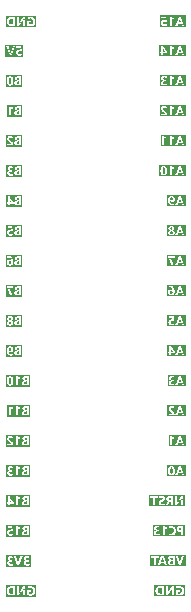
<source format=gbr>
%TF.GenerationSoftware,KiCad,Pcbnew,9.0.0*%
%TF.CreationDate,2025-04-02T16:35:11+02:00*%
%TF.ProjectId,stm32f103-core-board,73746d33-3266-4313-9033-2d636f72652d,1*%
%TF.SameCoordinates,Original*%
%TF.FileFunction,Legend,Bot*%
%TF.FilePolarity,Positive*%
%FSLAX46Y46*%
G04 Gerber Fmt 4.6, Leading zero omitted, Abs format (unit mm)*
G04 Created by KiCad (PCBNEW 9.0.0) date 2025-04-02 16:35:11*
%MOMM*%
%LPD*%
G01*
G04 APERTURE LIST*
%ADD10C,0.125000*%
G04 APERTURE END LIST*
D10*
G36*
X155710153Y-88191067D02*
G01*
X155734798Y-88207278D01*
X155756500Y-88236830D01*
X155774889Y-88284904D01*
X155788142Y-88358650D01*
X155793349Y-88466761D01*
X155788315Y-88567952D01*
X155775478Y-88637227D01*
X155757601Y-88682625D01*
X155736380Y-88710734D01*
X155712102Y-88726281D01*
X155683488Y-88731472D01*
X155656015Y-88726296D01*
X155632499Y-88710666D01*
X155611731Y-88682082D01*
X155594095Y-88635451D01*
X155581367Y-88563776D01*
X155576363Y-88458555D01*
X155581299Y-88353028D01*
X155593841Y-88281274D01*
X155611189Y-88234715D01*
X155631558Y-88206280D01*
X155654535Y-88190798D01*
X155681290Y-88185687D01*
X155710153Y-88191067D01*
G37*
G36*
X157053751Y-88240774D02*
G01*
X157062630Y-88274933D01*
X157147919Y-88541695D01*
X156947347Y-88541695D01*
X157031513Y-88277082D01*
X157039177Y-88246037D01*
X157044605Y-88206594D01*
X157049001Y-88206594D01*
X157053751Y-88240774D01*
G37*
G36*
X157520960Y-88952594D02*
G01*
X155311522Y-88952594D01*
X155311522Y-88453133D01*
X155400411Y-88453133D01*
X155400646Y-88458555D01*
X155404006Y-88535918D01*
X155414066Y-88606199D01*
X155429665Y-88665644D01*
X155450116Y-88715747D01*
X155475002Y-88757801D01*
X155507548Y-88796041D01*
X155544475Y-88825222D01*
X155586333Y-88846195D01*
X155634070Y-88859173D01*
X155688959Y-88863705D01*
X155747156Y-88858950D01*
X155775575Y-88851200D01*
X156195812Y-88851200D01*
X156367954Y-88851200D01*
X156658799Y-88851200D01*
X156851164Y-88851200D01*
X156906900Y-88677250D01*
X157185630Y-88677250D01*
X157240780Y-88851200D01*
X157432071Y-88851200D01*
X157146796Y-88066496D01*
X156937480Y-88066496D01*
X156768717Y-88541695D01*
X156658799Y-88851200D01*
X156367954Y-88851200D01*
X156367954Y-88245233D01*
X156401562Y-88268973D01*
X156442839Y-88289197D01*
X156488171Y-88304486D01*
X156534626Y-88313474D01*
X156534626Y-88168101D01*
X156468980Y-88145603D01*
X156407864Y-88117934D01*
X156350451Y-88085465D01*
X156300201Y-88050865D01*
X156195812Y-88050865D01*
X156195812Y-88851200D01*
X155775575Y-88851200D01*
X155796517Y-88845489D01*
X155838663Y-88823976D01*
X155874794Y-88794292D01*
X155905590Y-88755562D01*
X155931145Y-88706230D01*
X155950965Y-88644170D01*
X155964009Y-88566789D01*
X155968764Y-88471109D01*
X155965094Y-88386110D01*
X155954846Y-88314254D01*
X155938994Y-88253764D01*
X155918263Y-88203048D01*
X155893097Y-88160725D01*
X155860131Y-88122338D01*
X155822497Y-88092947D01*
X155779601Y-88071751D01*
X155730438Y-88058596D01*
X155673670Y-88053991D01*
X155617425Y-88058719D01*
X155569574Y-88072133D01*
X155528549Y-88093651D01*
X155493210Y-88123479D01*
X155462943Y-88162595D01*
X155437719Y-88212661D01*
X155418089Y-88275910D01*
X155405138Y-88355039D01*
X155400411Y-88453133D01*
X155311522Y-88453133D01*
X155311522Y-87961976D01*
X157520960Y-87961976D01*
X157520960Y-88952594D01*
G37*
G36*
X157053751Y-80620774D02*
G01*
X157062630Y-80654933D01*
X157147919Y-80921695D01*
X156947347Y-80921695D01*
X157031513Y-80657082D01*
X157039177Y-80626037D01*
X157044605Y-80586594D01*
X157049001Y-80586594D01*
X157053751Y-80620774D01*
G37*
G36*
X157520960Y-81332594D02*
G01*
X155354166Y-81332594D01*
X155354166Y-81006008D01*
X155443055Y-81006008D01*
X155448343Y-81059328D01*
X155463503Y-81105122D01*
X155488265Y-81144935D01*
X155523411Y-81179762D01*
X155564771Y-81206405D01*
X155614406Y-81226353D01*
X155673914Y-81239131D01*
X155745233Y-81243705D01*
X155825510Y-81238739D01*
X155861309Y-81231200D01*
X156195812Y-81231200D01*
X156367954Y-81231200D01*
X156658799Y-81231200D01*
X156851164Y-81231200D01*
X156906900Y-81057250D01*
X157185630Y-81057250D01*
X157240780Y-81231200D01*
X157432071Y-81231200D01*
X157146796Y-80446496D01*
X156937480Y-80446496D01*
X156768717Y-80921695D01*
X156658799Y-81231200D01*
X156367954Y-81231200D01*
X156367954Y-80625233D01*
X156401562Y-80648973D01*
X156442839Y-80669197D01*
X156488171Y-80684486D01*
X156534626Y-80693474D01*
X156534626Y-80548101D01*
X156468980Y-80525603D01*
X156407864Y-80497934D01*
X156350451Y-80465465D01*
X156300201Y-80430865D01*
X156195812Y-80430865D01*
X156195812Y-81231200D01*
X155861309Y-81231200D01*
X155890365Y-81225081D01*
X155942532Y-81204137D01*
X155942532Y-81053000D01*
X155901819Y-81078440D01*
X155858062Y-81096603D01*
X155810670Y-81107677D01*
X155758910Y-81111472D01*
X155715628Y-81107887D01*
X155681971Y-81098108D01*
X155655889Y-81083042D01*
X155635521Y-81061780D01*
X155623299Y-81035865D01*
X155619008Y-81003809D01*
X155624134Y-80971340D01*
X155638996Y-80944889D01*
X155664633Y-80922916D01*
X155696358Y-80907969D01*
X155737392Y-80898117D01*
X155790076Y-80894486D01*
X155862762Y-80894486D01*
X155862762Y-80762253D01*
X155795547Y-80762253D01*
X155741581Y-80758387D01*
X155702882Y-80748248D01*
X155675772Y-80733403D01*
X155657475Y-80714428D01*
X155646421Y-80690798D01*
X155642504Y-80660990D01*
X155647257Y-80626508D01*
X155660334Y-80601199D01*
X155681708Y-80582685D01*
X155713598Y-80570387D01*
X155759985Y-80565687D01*
X155811034Y-80571003D01*
X155861743Y-80587208D01*
X155913027Y-80615317D01*
X155913027Y-80475268D01*
X155856638Y-80452837D01*
X155792952Y-80438867D01*
X155720662Y-80433991D01*
X155660009Y-80437877D01*
X155609700Y-80448705D01*
X155568010Y-80465561D01*
X155533523Y-80488017D01*
X155503914Y-80517401D01*
X155483302Y-80550026D01*
X155470847Y-80586583D01*
X155466552Y-80628164D01*
X155471176Y-80677593D01*
X155484176Y-80718334D01*
X155504950Y-80752152D01*
X155533882Y-80780221D01*
X155572287Y-80803004D01*
X155622281Y-80820188D01*
X155622281Y-80822923D01*
X155569083Y-80834811D01*
X155526007Y-80855040D01*
X155491171Y-80883300D01*
X155464492Y-80919072D01*
X155448545Y-80959489D01*
X155443055Y-81006008D01*
X155354166Y-81006008D01*
X155354166Y-80341976D01*
X157520960Y-80341976D01*
X157520960Y-81332594D01*
G37*
G36*
X156352040Y-93591518D02*
G01*
X156374011Y-93597857D01*
X156393912Y-93608172D01*
X156410599Y-93621939D01*
X156424172Y-93638839D01*
X156434633Y-93658869D01*
X156441143Y-93680880D01*
X156443376Y-93705324D01*
X156441242Y-93731252D01*
X156435170Y-93753488D01*
X156425092Y-93773317D01*
X156411674Y-93789587D01*
X156395071Y-93802562D01*
X156375330Y-93812302D01*
X156353435Y-93818161D01*
X156328045Y-93820216D01*
X156303652Y-93818110D01*
X156281883Y-93812009D01*
X156262134Y-93802080D01*
X156245540Y-93789050D01*
X156232002Y-93772798D01*
X156221506Y-93752951D01*
X156215019Y-93730754D01*
X156212762Y-93705324D01*
X156214827Y-93682292D01*
X156220969Y-93660481D01*
X156231013Y-93640471D01*
X156244465Y-93623551D01*
X156261080Y-93609623D01*
X156280808Y-93598687D01*
X156302770Y-93591764D01*
X156328045Y-93589357D01*
X156352040Y-93591518D01*
G37*
G36*
X156345984Y-93260100D02*
G01*
X156363900Y-93266029D01*
X156379945Y-93275362D01*
X156393404Y-93287327D01*
X156404223Y-93301801D01*
X156412504Y-93319029D01*
X156417607Y-93337822D01*
X156419343Y-93358157D01*
X156417476Y-93378426D01*
X156411967Y-93397236D01*
X156403209Y-93414471D01*
X156392037Y-93428987D01*
X156378329Y-93440913D01*
X156362239Y-93450041D01*
X156344560Y-93455750D01*
X156325896Y-93457661D01*
X156306765Y-93455730D01*
X156289259Y-93450041D01*
X156273350Y-93440881D01*
X156259462Y-93428694D01*
X156248028Y-93414001D01*
X156239238Y-93396992D01*
X156233734Y-93378391D01*
X156231862Y-93358157D01*
X156233681Y-93337368D01*
X156238994Y-93318492D01*
X156247587Y-93301297D01*
X156258924Y-93286789D01*
X156272845Y-93274827D01*
X156289015Y-93265735D01*
X156306732Y-93260004D01*
X156325896Y-93258066D01*
X156345984Y-93260100D01*
G37*
G36*
X157053751Y-93320774D02*
G01*
X157062630Y-93354933D01*
X157147919Y-93621695D01*
X156947347Y-93621695D01*
X157031513Y-93357082D01*
X157039177Y-93326037D01*
X157044605Y-93286594D01*
X157049001Y-93286594D01*
X157053751Y-93320774D01*
G37*
G36*
X157520960Y-94032594D02*
G01*
X155961550Y-94032594D01*
X155961550Y-93718415D01*
X156050439Y-93718415D01*
X156055607Y-93766979D01*
X156070662Y-93810006D01*
X156094942Y-93848279D01*
X156127766Y-93881081D01*
X156167528Y-93907178D01*
X156215742Y-93927292D01*
X156268522Y-93939456D01*
X156328631Y-93943705D01*
X156387724Y-93939551D01*
X156424450Y-93931200D01*
X156658799Y-93931200D01*
X156851164Y-93931200D01*
X156906900Y-93757250D01*
X157185630Y-93757250D01*
X157240780Y-93931200D01*
X157432071Y-93931200D01*
X157146796Y-93146496D01*
X156937480Y-93146496D01*
X156768717Y-93621695D01*
X156658799Y-93931200D01*
X156424450Y-93931200D01*
X156440348Y-93927585D01*
X156488582Y-93907765D01*
X156528373Y-93881960D01*
X156561303Y-93849378D01*
X156586014Y-93811130D01*
X156601492Y-93768109D01*
X156606775Y-93720076D01*
X156604363Y-93687753D01*
X156597201Y-93656915D01*
X156585269Y-93627713D01*
X156568526Y-93600592D01*
X156547251Y-93576233D01*
X156520704Y-93554137D01*
X156490092Y-93535779D01*
X156453195Y-93520481D01*
X156490891Y-93498281D01*
X156521386Y-93473060D01*
X156545568Y-93444765D01*
X156563844Y-93412689D01*
X156574686Y-93378761D01*
X156578345Y-93342281D01*
X156573573Y-93298831D01*
X156559489Y-93259190D01*
X156537073Y-93223574D01*
X156507319Y-93193049D01*
X156471311Y-93168538D01*
X156427794Y-93149574D01*
X156380221Y-93137998D01*
X156326970Y-93133991D01*
X156272740Y-93138012D01*
X156224779Y-93149574D01*
X156180948Y-93168479D01*
X156144716Y-93192756D01*
X156114765Y-93223027D01*
X156092546Y-93258115D01*
X156078646Y-93297207D01*
X156073935Y-93340083D01*
X156075880Y-93358157D01*
X156077811Y-93376106D01*
X156089339Y-93409673D01*
X156108910Y-93441541D01*
X156134414Y-93469441D01*
X156166347Y-93494484D01*
X156205630Y-93516671D01*
X156169158Y-93531928D01*
X156138415Y-93550327D01*
X156111550Y-93572470D01*
X156089810Y-93597075D01*
X156072572Y-93624517D01*
X156060306Y-93654228D01*
X156052922Y-93685605D01*
X156051430Y-93705324D01*
X156050439Y-93718415D01*
X155961550Y-93718415D01*
X155961550Y-93045102D01*
X157520960Y-93045102D01*
X157520960Y-94032594D01*
G37*
G36*
X157053751Y-85700774D02*
G01*
X157062630Y-85734933D01*
X157147919Y-86001695D01*
X156947347Y-86001695D01*
X157031513Y-85737082D01*
X157039177Y-85706037D01*
X157044605Y-85666594D01*
X157049001Y-85666594D01*
X157053751Y-85700774D01*
G37*
G36*
X157520960Y-86400089D02*
G01*
X155462903Y-86400089D01*
X155462903Y-86311200D01*
X155551792Y-86311200D01*
X155723935Y-86311200D01*
X156195812Y-86311200D01*
X156367954Y-86311200D01*
X156658799Y-86311200D01*
X156851164Y-86311200D01*
X156906900Y-86137250D01*
X157185630Y-86137250D01*
X157240780Y-86311200D01*
X157432071Y-86311200D01*
X157146796Y-85526496D01*
X156937480Y-85526496D01*
X156768717Y-86001695D01*
X156658799Y-86311200D01*
X156367954Y-86311200D01*
X156367954Y-85705233D01*
X156401562Y-85728973D01*
X156442839Y-85749197D01*
X156488171Y-85764486D01*
X156534626Y-85773474D01*
X156534626Y-85628101D01*
X156468980Y-85605603D01*
X156407864Y-85577934D01*
X156350451Y-85545465D01*
X156300201Y-85510865D01*
X156195812Y-85510865D01*
X156195812Y-86311200D01*
X155723935Y-86311200D01*
X155723935Y-85705233D01*
X155757543Y-85728973D01*
X155798820Y-85749197D01*
X155844151Y-85764486D01*
X155890606Y-85773474D01*
X155890606Y-85628101D01*
X155824961Y-85605603D01*
X155763844Y-85577934D01*
X155706431Y-85545465D01*
X155656182Y-85510865D01*
X155551792Y-85510865D01*
X155551792Y-86311200D01*
X155462903Y-86311200D01*
X155462903Y-85421976D01*
X157520960Y-85421976D01*
X157520960Y-86400089D01*
G37*
G36*
X157053751Y-106020774D02*
G01*
X157062630Y-106054933D01*
X157147919Y-106321695D01*
X156947347Y-106321695D01*
X157031513Y-106057082D01*
X157039177Y-106026037D01*
X157044605Y-105986594D01*
X157049001Y-105986594D01*
X157053751Y-106020774D01*
G37*
G36*
X157520960Y-106732594D02*
G01*
X155998186Y-106732594D01*
X155998186Y-106406008D01*
X156087075Y-106406008D01*
X156092363Y-106459328D01*
X156107522Y-106505122D01*
X156132284Y-106544935D01*
X156167431Y-106579762D01*
X156208790Y-106606405D01*
X156258425Y-106626353D01*
X156317933Y-106639131D01*
X156389252Y-106643705D01*
X156469530Y-106638739D01*
X156505329Y-106631200D01*
X156658799Y-106631200D01*
X156851164Y-106631200D01*
X156906900Y-106457250D01*
X157185630Y-106457250D01*
X157240780Y-106631200D01*
X157432071Y-106631200D01*
X157146796Y-105846496D01*
X156937480Y-105846496D01*
X156768717Y-106321695D01*
X156658799Y-106631200D01*
X156505329Y-106631200D01*
X156534385Y-106625081D01*
X156586552Y-106604137D01*
X156586552Y-106453000D01*
X156545839Y-106478440D01*
X156502081Y-106496603D01*
X156454690Y-106507677D01*
X156402930Y-106511472D01*
X156359648Y-106507887D01*
X156325990Y-106498108D01*
X156299908Y-106483042D01*
X156279541Y-106461780D01*
X156267319Y-106435865D01*
X156263027Y-106403809D01*
X156268153Y-106371340D01*
X156283015Y-106344889D01*
X156308652Y-106322916D01*
X156340378Y-106307969D01*
X156381411Y-106298117D01*
X156434095Y-106294486D01*
X156506782Y-106294486D01*
X156506782Y-106162253D01*
X156439566Y-106162253D01*
X156385601Y-106158387D01*
X156346902Y-106148248D01*
X156319791Y-106133403D01*
X156301495Y-106114428D01*
X156290440Y-106090798D01*
X156286524Y-106060990D01*
X156291276Y-106026508D01*
X156304353Y-106001199D01*
X156325728Y-105982685D01*
X156357617Y-105970387D01*
X156404004Y-105965687D01*
X156455053Y-105971003D01*
X156505762Y-105987208D01*
X156557047Y-106015317D01*
X156557047Y-105875268D01*
X156500658Y-105852837D01*
X156436972Y-105838867D01*
X156364681Y-105833991D01*
X156304029Y-105837877D01*
X156253719Y-105848705D01*
X156212030Y-105865561D01*
X156177543Y-105888017D01*
X156147933Y-105917401D01*
X156127322Y-105950026D01*
X156114867Y-105986583D01*
X156110571Y-106028164D01*
X156115196Y-106077593D01*
X156128195Y-106118334D01*
X156148970Y-106152152D01*
X156177901Y-106180221D01*
X156216307Y-106203004D01*
X156266300Y-106220188D01*
X156266300Y-106222923D01*
X156213103Y-106234811D01*
X156170026Y-106255040D01*
X156135191Y-106283300D01*
X156108512Y-106319072D01*
X156092565Y-106359489D01*
X156087075Y-106406008D01*
X155998186Y-106406008D01*
X155998186Y-105745102D01*
X157520960Y-105745102D01*
X157520960Y-106732594D01*
G37*
G36*
X157053751Y-95860774D02*
G01*
X157062630Y-95894933D01*
X157147919Y-96161695D01*
X156947347Y-96161695D01*
X157031513Y-95897082D01*
X157039177Y-95866037D01*
X157044605Y-95826594D01*
X157049001Y-95826594D01*
X157053751Y-95860774D01*
G37*
G36*
X157520960Y-96560089D02*
G01*
X155963748Y-96560089D01*
X155963748Y-95785952D01*
X156052637Y-95785952D01*
X156146621Y-95963565D01*
X156185999Y-96046619D01*
X156219845Y-96127208D01*
X156249239Y-96208673D01*
X156273970Y-96291437D01*
X156294015Y-96376685D01*
X156310557Y-96471200D01*
X156490906Y-96471200D01*
X156658799Y-96471200D01*
X156851164Y-96471200D01*
X156906900Y-96297250D01*
X157185630Y-96297250D01*
X157240780Y-96471200D01*
X157432071Y-96471200D01*
X157146796Y-95686496D01*
X156937480Y-95686496D01*
X156768717Y-96161695D01*
X156658799Y-96471200D01*
X156490906Y-96471200D01*
X156473048Y-96380944D01*
X156450508Y-96294954D01*
X156423281Y-96211152D01*
X156392281Y-96130481D01*
X156357402Y-96051768D01*
X156319057Y-95975289D01*
X156234060Y-95827473D01*
X156598031Y-95827473D01*
X156598031Y-95686496D01*
X156052637Y-95686496D01*
X156052637Y-95785952D01*
X155963748Y-95785952D01*
X155963748Y-95597607D01*
X157520960Y-95597607D01*
X157520960Y-96560089D01*
G37*
G36*
X156357911Y-90728197D02*
G01*
X156377529Y-90735603D01*
X156394979Y-90747265D01*
X156410013Y-90762763D01*
X156422000Y-90781376D01*
X156431360Y-90804186D01*
X156437028Y-90828960D01*
X156438980Y-90856308D01*
X156436974Y-90886075D01*
X156431360Y-90910969D01*
X156421928Y-90933346D01*
X156409769Y-90951318D01*
X156394363Y-90965803D01*
X156376161Y-90976280D01*
X156355695Y-90982594D01*
X156332441Y-90984779D01*
X156310310Y-90982461D01*
X156290920Y-90975742D01*
X156273582Y-90965068D01*
X156258924Y-90951318D01*
X156247145Y-90934743D01*
X156238164Y-90915072D01*
X156232672Y-90893628D01*
X156230787Y-90870034D01*
X156232745Y-90840440D01*
X156238457Y-90813223D01*
X156247807Y-90787996D01*
X156259755Y-90767403D01*
X156275014Y-90750124D01*
X156293118Y-90736971D01*
X156313622Y-90728533D01*
X156336252Y-90725687D01*
X156357911Y-90728197D01*
G37*
G36*
X157053751Y-90780774D02*
G01*
X157062630Y-90814933D01*
X157147919Y-91081695D01*
X156947347Y-91081695D01*
X157031513Y-90817082D01*
X157039177Y-90786037D01*
X157044605Y-90746594D01*
X157049001Y-90746594D01*
X157053751Y-90780774D01*
G37*
G36*
X157520960Y-91492594D02*
G01*
X155967558Y-91492594D01*
X155967558Y-90960892D01*
X156056447Y-90960892D01*
X156059180Y-91030231D01*
X156066997Y-91092120D01*
X156079406Y-91147347D01*
X156097653Y-91200779D01*
X156120047Y-91246812D01*
X156146377Y-91286322D01*
X156178028Y-91321399D01*
X156213694Y-91350298D01*
X156253746Y-91373419D01*
X156296965Y-91389971D01*
X156344611Y-91400177D01*
X156397459Y-91403705D01*
X156461046Y-91400015D01*
X156507334Y-91391200D01*
X156658799Y-91391200D01*
X156851164Y-91391200D01*
X156906900Y-91217250D01*
X157185630Y-91217250D01*
X157240780Y-91391200D01*
X157432071Y-91391200D01*
X157146796Y-90606496D01*
X156937480Y-90606496D01*
X156768717Y-91081695D01*
X156658799Y-91391200D01*
X156507334Y-91391200D01*
X156515820Y-91389584D01*
X156563055Y-91373126D01*
X156563055Y-91231025D01*
X156520229Y-91253057D01*
X156471142Y-91266699D01*
X156414409Y-91271472D01*
X156370838Y-91267423D01*
X156333892Y-91255906D01*
X156302271Y-91237306D01*
X156275093Y-91211241D01*
X156254295Y-91180135D01*
X156238499Y-91141778D01*
X156228167Y-91094672D01*
X156224242Y-91036999D01*
X156227515Y-91035924D01*
X156256514Y-91069429D01*
X156291577Y-91093198D01*
X156333902Y-91107962D01*
X156385442Y-91113202D01*
X156432087Y-91108600D01*
X156474249Y-91095128D01*
X156512290Y-91073509D01*
X156544737Y-91045010D01*
X156571024Y-91010258D01*
X156591192Y-90968611D01*
X156603567Y-90922747D01*
X156607850Y-90871109D01*
X156602640Y-90811116D01*
X156587626Y-90758317D01*
X156563167Y-90710616D01*
X156531060Y-90670683D01*
X156491393Y-90638328D01*
X156443914Y-90613970D01*
X156391188Y-90599137D01*
X156331318Y-90593991D01*
X156289272Y-90596877D01*
X156251228Y-90605245D01*
X156216573Y-90618855D01*
X156184501Y-90637755D01*
X156155722Y-90661563D01*
X156129964Y-90690662D01*
X156108561Y-90723281D01*
X156090278Y-90761425D01*
X156075302Y-90805847D01*
X156062718Y-90870034D01*
X156061411Y-90876698D01*
X156056447Y-90960892D01*
X155967558Y-90960892D01*
X155967558Y-90505102D01*
X157520960Y-90505102D01*
X157520960Y-91492594D01*
G37*
G36*
X155685149Y-78199783D02*
G01*
X155732141Y-78271786D01*
X155781869Y-78340467D01*
X155830522Y-78402798D01*
X155643579Y-78402798D01*
X155643579Y-78127536D01*
X155685149Y-78199783D01*
G37*
G36*
X157053751Y-78080774D02*
G01*
X157062630Y-78114933D01*
X157147919Y-78381695D01*
X156947347Y-78381695D01*
X157031513Y-78117082D01*
X157039177Y-78086037D01*
X157044605Y-78046594D01*
X157049001Y-78046594D01*
X157053751Y-78080774D01*
G37*
G36*
X157520960Y-78780089D02*
G01*
X155303315Y-78780089D01*
X155303315Y-78402798D01*
X155392204Y-78402798D01*
X155392204Y-78531758D01*
X155486189Y-78531758D01*
X155486189Y-78691200D01*
X155643579Y-78691200D01*
X156195812Y-78691200D01*
X156367954Y-78691200D01*
X156658799Y-78691200D01*
X156851164Y-78691200D01*
X156906900Y-78517250D01*
X157185630Y-78517250D01*
X157240780Y-78691200D01*
X157432071Y-78691200D01*
X157146796Y-77906496D01*
X156937480Y-77906496D01*
X156768717Y-78381695D01*
X156658799Y-78691200D01*
X156367954Y-78691200D01*
X156367954Y-78085233D01*
X156401562Y-78108973D01*
X156442839Y-78129197D01*
X156488171Y-78144486D01*
X156534626Y-78153474D01*
X156534626Y-78008101D01*
X156468980Y-77985603D01*
X156407864Y-77957934D01*
X156350451Y-77925465D01*
X156300201Y-77890865D01*
X156195812Y-77890865D01*
X156195812Y-78691200D01*
X155643579Y-78691200D01*
X155643579Y-78531758D01*
X155985177Y-78531758D01*
X155985177Y-78396789D01*
X155891192Y-78285072D01*
X155797159Y-78160167D01*
X155712700Y-78030865D01*
X155675903Y-77966001D01*
X155646314Y-77906496D01*
X155486189Y-77906496D01*
X155486189Y-78402798D01*
X155392204Y-78402798D01*
X155303315Y-78402798D01*
X155303315Y-77801976D01*
X157520960Y-77801976D01*
X157520960Y-78780089D01*
G37*
G36*
X157053751Y-100940774D02*
G01*
X157062630Y-100974933D01*
X157147919Y-101241695D01*
X156947347Y-101241695D01*
X157031513Y-100977082D01*
X157039177Y-100946037D01*
X157044605Y-100906594D01*
X157049001Y-100906594D01*
X157053751Y-100940774D01*
G37*
G36*
X157520960Y-101652594D02*
G01*
X155991591Y-101652594D01*
X155991591Y-101294549D01*
X156080480Y-101294549D01*
X156085817Y-101352475D01*
X156101202Y-101403245D01*
X156126361Y-101448255D01*
X156161911Y-101488478D01*
X156204554Y-101520385D01*
X156254557Y-101543764D01*
X156313334Y-101558490D01*
X156382706Y-101563705D01*
X156457664Y-101559536D01*
X156502658Y-101551200D01*
X156658799Y-101551200D01*
X156851164Y-101551200D01*
X156906900Y-101377250D01*
X157185630Y-101377250D01*
X157240780Y-101551200D01*
X157432071Y-101551200D01*
X157146796Y-100766496D01*
X156937480Y-100766496D01*
X156768717Y-101241695D01*
X156658799Y-101551200D01*
X156502658Y-101551200D01*
X156520427Y-101547908D01*
X156572874Y-101529853D01*
X156572874Y-101382379D01*
X156517688Y-101409844D01*
X156460978Y-101426053D01*
X156401855Y-101431472D01*
X156357386Y-101427423D01*
X156322461Y-101416288D01*
X156295023Y-101398890D01*
X156273795Y-101374866D01*
X156260981Y-101345891D01*
X156256482Y-101310425D01*
X156260852Y-101275482D01*
X156273092Y-101248039D01*
X156293110Y-101226271D01*
X156322388Y-101209442D01*
X156363735Y-101198049D01*
X156420955Y-101193726D01*
X156483788Y-101195884D01*
X156560857Y-101203007D01*
X156531353Y-100766496D01*
X156116579Y-100766496D01*
X156116579Y-100907473D01*
X156399657Y-100907473D01*
X156410599Y-101063642D01*
X156337912Y-101060369D01*
X156277607Y-101064820D01*
X156227057Y-101077323D01*
X156184569Y-101097053D01*
X156148820Y-101123823D01*
X156119345Y-101157677D01*
X156098196Y-101196674D01*
X156085082Y-101241827D01*
X156080480Y-101294549D01*
X155991591Y-101294549D01*
X155991591Y-100677607D01*
X157520960Y-100677607D01*
X157520960Y-101652594D01*
G37*
G36*
X156338728Y-98637983D02*
G01*
X156358673Y-98644444D01*
X156376472Y-98654911D01*
X156391499Y-98668869D01*
X156403454Y-98685832D01*
X156412504Y-98706042D01*
X156417971Y-98728234D01*
X156419880Y-98753572D01*
X156417930Y-98781719D01*
X156412260Y-98807354D01*
X156402877Y-98831056D01*
X156390669Y-98851025D01*
X156375295Y-98867888D01*
X156357598Y-98880627D01*
X156337535Y-98888717D01*
X156314954Y-98891472D01*
X156292337Y-98889039D01*
X156272602Y-98881995D01*
X156255168Y-98870621D01*
X156240362Y-98855373D01*
X156228740Y-98836893D01*
X156219894Y-98814144D01*
X156214605Y-98789246D01*
X156212762Y-98761144D01*
X156217821Y-98711778D01*
X156231079Y-98677765D01*
X156251093Y-98654895D01*
X156278540Y-98640861D01*
X156316028Y-98635749D01*
X156338728Y-98637983D01*
G37*
G36*
X157053751Y-98400774D02*
G01*
X157062630Y-98434933D01*
X157147919Y-98701695D01*
X156947347Y-98701695D01*
X157031513Y-98437082D01*
X157039177Y-98406037D01*
X157044605Y-98366594D01*
X157049001Y-98366594D01*
X157053751Y-98400774D01*
G37*
G36*
X157520960Y-99112594D02*
G01*
X155955004Y-99112594D01*
X155955004Y-98750250D01*
X156043893Y-98750250D01*
X156044888Y-98761144D01*
X156049030Y-98806518D01*
X156064116Y-98858108D01*
X156088471Y-98905143D01*
X156120439Y-98945010D01*
X156159660Y-98977644D01*
X156206217Y-99002749D01*
X156257670Y-99018350D01*
X156314954Y-99023705D01*
X156358464Y-99020841D01*
X156397691Y-99012558D01*
X156401290Y-99011200D01*
X156658799Y-99011200D01*
X156851164Y-99011200D01*
X156906900Y-98837250D01*
X157185630Y-98837250D01*
X157240780Y-99011200D01*
X157432071Y-99011200D01*
X157146796Y-98226496D01*
X156937480Y-98226496D01*
X156768717Y-98701695D01*
X156658799Y-99011200D01*
X156401290Y-99011200D01*
X156433265Y-98999134D01*
X156466207Y-98980336D01*
X156495525Y-98956709D01*
X156521534Y-98927913D01*
X156543119Y-98895448D01*
X156561578Y-98857557D01*
X156576733Y-98813509D01*
X156590812Y-98743243D01*
X156595833Y-98660076D01*
X156592912Y-98593047D01*
X156584487Y-98532204D01*
X156570969Y-98476894D01*
X156551496Y-98423528D01*
X156527772Y-98376913D01*
X156499943Y-98336308D01*
X156466802Y-98300127D01*
X156429666Y-98270133D01*
X156388178Y-98245938D01*
X156343440Y-98228435D01*
X156294504Y-98217691D01*
X156240606Y-98213991D01*
X156179951Y-98216810D01*
X156133917Y-98224310D01*
X156099629Y-98235289D01*
X156099629Y-98379539D01*
X156140447Y-98360768D01*
X156183587Y-98349502D01*
X156229713Y-98345687D01*
X156271889Y-98350059D01*
X156308945Y-98362735D01*
X156341855Y-98383231D01*
X156369908Y-98410997D01*
X156392228Y-98444822D01*
X156409817Y-98486468D01*
X156420777Y-98532201D01*
X156425351Y-98584947D01*
X156422078Y-98584947D01*
X156391320Y-98551580D01*
X156354558Y-98527835D01*
X156310594Y-98513086D01*
X156257556Y-98507864D01*
X156210610Y-98512356D01*
X156169629Y-98525303D01*
X156133067Y-98546398D01*
X156102413Y-98574591D01*
X156077963Y-98609137D01*
X156059231Y-98651137D01*
X156047865Y-98697358D01*
X156043893Y-98750250D01*
X155955004Y-98750250D01*
X155955004Y-98125102D01*
X157520960Y-98125102D01*
X157520960Y-99112594D01*
G37*
G36*
X156329168Y-103599783D02*
G01*
X156376161Y-103671786D01*
X156425889Y-103740467D01*
X156474542Y-103802798D01*
X156287598Y-103802798D01*
X156287598Y-103527536D01*
X156329168Y-103599783D01*
G37*
G36*
X157053751Y-103480774D02*
G01*
X157062630Y-103514933D01*
X157147919Y-103781695D01*
X156947347Y-103781695D01*
X157031513Y-103517082D01*
X157039177Y-103486037D01*
X157044605Y-103446594D01*
X157049001Y-103446594D01*
X157053751Y-103480774D01*
G37*
G36*
X157520960Y-104180089D02*
G01*
X155947335Y-104180089D01*
X155947335Y-103802798D01*
X156036224Y-103802798D01*
X156036224Y-103931758D01*
X156130208Y-103931758D01*
X156130208Y-104091200D01*
X156287598Y-104091200D01*
X156658799Y-104091200D01*
X156851164Y-104091200D01*
X156906900Y-103917250D01*
X157185630Y-103917250D01*
X157240780Y-104091200D01*
X157432071Y-104091200D01*
X157146796Y-103306496D01*
X156937480Y-103306496D01*
X156768717Y-103781695D01*
X156658799Y-104091200D01*
X156287598Y-104091200D01*
X156287598Y-103931758D01*
X156629196Y-103931758D01*
X156629196Y-103796789D01*
X156535212Y-103685072D01*
X156441178Y-103560167D01*
X156356719Y-103430865D01*
X156319923Y-103366001D01*
X156290334Y-103306496D01*
X156130208Y-103306496D01*
X156130208Y-103802798D01*
X156036224Y-103802798D01*
X155947335Y-103802798D01*
X155947335Y-103217607D01*
X157520960Y-103217607D01*
X157520960Y-104180089D01*
G37*
G36*
X157053751Y-83160774D02*
G01*
X157062630Y-83194933D01*
X157147919Y-83461695D01*
X156947347Y-83461695D01*
X157031513Y-83197082D01*
X157039177Y-83166037D01*
X157044605Y-83126594D01*
X157049001Y-83126594D01*
X157053751Y-83160774D01*
G37*
G36*
X157520960Y-83860089D02*
G01*
X155349770Y-83860089D01*
X155349770Y-83196496D01*
X155438659Y-83196496D01*
X155443024Y-83248690D01*
X155455365Y-83292728D01*
X155474827Y-83333036D01*
X155499622Y-83369273D01*
X155529168Y-83402118D01*
X155563272Y-83432435D01*
X155638157Y-83487927D01*
X155688715Y-83524905D01*
X155731604Y-83561004D01*
X155761108Y-83595735D01*
X155769504Y-83612851D01*
X155772051Y-83628024D01*
X155439783Y-83628024D01*
X155439783Y-83771200D01*
X155961094Y-83771200D01*
X156195812Y-83771200D01*
X156367954Y-83771200D01*
X156658799Y-83771200D01*
X156851164Y-83771200D01*
X156906900Y-83597250D01*
X157185630Y-83597250D01*
X157240780Y-83771200D01*
X157432071Y-83771200D01*
X157146796Y-82986496D01*
X156937480Y-82986496D01*
X156768717Y-83461695D01*
X156658799Y-83771200D01*
X156367954Y-83771200D01*
X156367954Y-83165233D01*
X156401562Y-83188973D01*
X156442839Y-83209197D01*
X156488171Y-83224486D01*
X156534626Y-83233474D01*
X156534626Y-83088101D01*
X156468980Y-83065603D01*
X156407864Y-83037934D01*
X156350451Y-83005465D01*
X156300201Y-82970865D01*
X156195812Y-82970865D01*
X156195812Y-83771200D01*
X155961094Y-83771200D01*
X155961094Y-83712190D01*
X155955854Y-83654145D01*
X155940871Y-83604186D01*
X155917864Y-83558452D01*
X155890069Y-83518310D01*
X155857839Y-83482306D01*
X155823146Y-83451046D01*
X155753977Y-83398290D01*
X155693649Y-83351297D01*
X155649929Y-83306747D01*
X155634147Y-83284006D01*
X155623404Y-83261904D01*
X155616875Y-83238604D01*
X155614660Y-83213495D01*
X155618175Y-83181130D01*
X155627824Y-83156378D01*
X155643090Y-83137438D01*
X155663595Y-83123943D01*
X155691743Y-83115031D01*
X155729943Y-83111695D01*
X155778504Y-83116474D01*
X155826427Y-83130972D01*
X155874508Y-83155953D01*
X155923383Y-83192832D01*
X155923383Y-83040376D01*
X155870902Y-83011449D01*
X155815386Y-82990804D01*
X155756244Y-82978264D01*
X155692769Y-82973991D01*
X155635082Y-82978065D01*
X155585937Y-82989574D01*
X155541639Y-83008860D01*
X155505875Y-83034123D01*
X155477060Y-83066074D01*
X155455903Y-83104368D01*
X155443108Y-83147309D01*
X155438659Y-83196496D01*
X155349770Y-83196496D01*
X155349770Y-82881976D01*
X157520960Y-82881976D01*
X157520960Y-83860089D01*
G37*
G36*
X157053751Y-111100774D02*
G01*
X157062630Y-111134933D01*
X157147919Y-111401695D01*
X156947347Y-111401695D01*
X157031513Y-111137082D01*
X157039177Y-111106037D01*
X157044605Y-111066594D01*
X157049001Y-111066594D01*
X157053751Y-111100774D01*
G37*
G36*
X157520960Y-111800089D02*
G01*
X156106923Y-111800089D01*
X156106923Y-111711200D01*
X156195812Y-111711200D01*
X156367954Y-111711200D01*
X156658799Y-111711200D01*
X156851164Y-111711200D01*
X156906900Y-111537250D01*
X157185630Y-111537250D01*
X157240780Y-111711200D01*
X157432071Y-111711200D01*
X157146796Y-110926496D01*
X156937480Y-110926496D01*
X156768717Y-111401695D01*
X156658799Y-111711200D01*
X156367954Y-111711200D01*
X156367954Y-111105233D01*
X156401562Y-111128973D01*
X156442839Y-111149197D01*
X156488171Y-111164486D01*
X156534626Y-111173474D01*
X156534626Y-111028101D01*
X156468980Y-111005603D01*
X156407864Y-110977934D01*
X156350451Y-110945465D01*
X156300201Y-110910865D01*
X156195812Y-110910865D01*
X156195812Y-111711200D01*
X156106923Y-111711200D01*
X156106923Y-110821976D01*
X157520960Y-110821976D01*
X157520960Y-111800089D01*
G37*
G36*
X156354173Y-113591067D02*
G01*
X156378818Y-113607278D01*
X156400520Y-113636830D01*
X156418909Y-113684904D01*
X156432162Y-113758650D01*
X156437368Y-113866761D01*
X156432335Y-113967952D01*
X156419498Y-114037227D01*
X156401620Y-114082625D01*
X156380400Y-114110734D01*
X156356121Y-114126281D01*
X156327508Y-114131472D01*
X156300035Y-114126296D01*
X156276518Y-114110666D01*
X156255751Y-114082082D01*
X156238115Y-114035451D01*
X156225387Y-113963776D01*
X156220383Y-113858555D01*
X156225318Y-113753028D01*
X156237861Y-113681274D01*
X156255209Y-113634715D01*
X156275577Y-113606280D01*
X156298554Y-113590798D01*
X156325309Y-113585687D01*
X156354173Y-113591067D01*
G37*
G36*
X157053751Y-113640774D02*
G01*
X157062630Y-113674933D01*
X157147919Y-113941695D01*
X156947347Y-113941695D01*
X157031513Y-113677082D01*
X157039177Y-113646037D01*
X157044605Y-113606594D01*
X157049001Y-113606594D01*
X157053751Y-113640774D01*
G37*
G36*
X157520960Y-114352594D02*
G01*
X155955541Y-114352594D01*
X155955541Y-113853133D01*
X156044430Y-113853133D01*
X156044666Y-113858555D01*
X156048026Y-113935918D01*
X156058086Y-114006199D01*
X156073684Y-114065644D01*
X156094135Y-114115747D01*
X156119022Y-114157801D01*
X156151568Y-114196041D01*
X156188495Y-114225222D01*
X156230353Y-114246195D01*
X156278089Y-114259173D01*
X156332979Y-114263705D01*
X156391176Y-114258950D01*
X156419594Y-114251200D01*
X156658799Y-114251200D01*
X156851164Y-114251200D01*
X156906900Y-114077250D01*
X157185630Y-114077250D01*
X157240780Y-114251200D01*
X157432071Y-114251200D01*
X157146796Y-113466496D01*
X156937480Y-113466496D01*
X156768717Y-113941695D01*
X156658799Y-114251200D01*
X156419594Y-114251200D01*
X156440536Y-114245489D01*
X156482682Y-114223976D01*
X156518814Y-114194292D01*
X156549610Y-114155562D01*
X156575165Y-114106230D01*
X156594985Y-114044170D01*
X156608029Y-113966789D01*
X156612783Y-113871109D01*
X156609113Y-113786110D01*
X156598866Y-113714254D01*
X156583014Y-113653764D01*
X156562283Y-113603048D01*
X156537117Y-113560725D01*
X156504150Y-113522338D01*
X156466516Y-113492947D01*
X156423621Y-113471751D01*
X156374458Y-113458596D01*
X156317689Y-113453991D01*
X156261444Y-113458719D01*
X156213593Y-113472133D01*
X156172568Y-113493651D01*
X156137229Y-113523479D01*
X156106963Y-113562595D01*
X156081738Y-113612661D01*
X156062109Y-113675910D01*
X156049158Y-113755039D01*
X156044430Y-113853133D01*
X155955541Y-113853133D01*
X155955541Y-113365102D01*
X157520960Y-113365102D01*
X157520960Y-114352594D01*
G37*
G36*
X157053751Y-108560774D02*
G01*
X157062630Y-108594933D01*
X157147919Y-108861695D01*
X156947347Y-108861695D01*
X157031513Y-108597082D01*
X157039177Y-108566037D01*
X157044605Y-108526594D01*
X157049001Y-108526594D01*
X157053751Y-108560774D01*
G37*
G36*
X157520960Y-109260089D02*
G01*
X155993790Y-109260089D01*
X155993790Y-108596496D01*
X156082679Y-108596496D01*
X156087044Y-108648690D01*
X156099385Y-108692728D01*
X156118846Y-108733036D01*
X156143642Y-108769273D01*
X156173187Y-108802118D01*
X156207291Y-108832435D01*
X156282176Y-108887927D01*
X156332734Y-108924905D01*
X156375623Y-108961004D01*
X156405128Y-108995735D01*
X156413524Y-109012851D01*
X156416070Y-109028024D01*
X156083802Y-109028024D01*
X156083802Y-109171200D01*
X156605114Y-109171200D01*
X156658799Y-109171200D01*
X156851164Y-109171200D01*
X156906900Y-108997250D01*
X157185630Y-108997250D01*
X157240780Y-109171200D01*
X157432071Y-109171200D01*
X157146796Y-108386496D01*
X156937480Y-108386496D01*
X156768717Y-108861695D01*
X156658799Y-109171200D01*
X156605114Y-109171200D01*
X156605114Y-109112190D01*
X156599873Y-109054145D01*
X156584891Y-109004186D01*
X156561883Y-108958452D01*
X156534088Y-108918310D01*
X156501858Y-108882306D01*
X156467166Y-108851046D01*
X156397996Y-108798290D01*
X156337668Y-108751297D01*
X156293949Y-108706747D01*
X156278167Y-108684006D01*
X156267424Y-108661904D01*
X156260895Y-108638604D01*
X156258680Y-108613495D01*
X156262195Y-108581130D01*
X156271844Y-108556378D01*
X156287110Y-108537438D01*
X156307615Y-108523943D01*
X156335763Y-108515031D01*
X156373963Y-108511695D01*
X156422524Y-108516474D01*
X156470447Y-108530972D01*
X156518528Y-108555953D01*
X156567403Y-108592832D01*
X156567403Y-108440376D01*
X156514921Y-108411449D01*
X156459405Y-108390804D01*
X156400264Y-108378264D01*
X156336789Y-108373991D01*
X156279101Y-108378065D01*
X156229957Y-108389574D01*
X156185659Y-108408860D01*
X156149894Y-108434123D01*
X156121080Y-108466074D01*
X156099922Y-108504368D01*
X156087127Y-108547309D01*
X156082679Y-108596496D01*
X155993790Y-108596496D01*
X155993790Y-108285102D01*
X157520960Y-108285102D01*
X157520960Y-109260089D01*
G37*
G36*
X155491026Y-124268024D02*
G01*
X155403587Y-124268024D01*
X155346860Y-124263295D01*
X155298939Y-124249915D01*
X155258209Y-124228542D01*
X155223482Y-124199050D01*
X155195750Y-124162813D01*
X155175463Y-124120293D01*
X155162694Y-124070275D01*
X155158172Y-124011179D01*
X155162636Y-123955541D01*
X155175250Y-123908532D01*
X155195345Y-123868602D01*
X155222945Y-123834591D01*
X155257104Y-123807356D01*
X155297833Y-123787363D01*
X155346446Y-123774713D01*
X155404661Y-123770209D01*
X155491026Y-123770209D01*
X155491026Y-124268024D01*
G37*
G36*
X157485986Y-124512594D02*
G01*
X154883511Y-124512594D01*
X154883511Y-124008980D01*
X154972400Y-124008980D01*
X154972549Y-124011179D01*
X154977367Y-124082305D01*
X154991614Y-124147078D01*
X155014522Y-124204592D01*
X155045976Y-124255904D01*
X155086364Y-124301779D01*
X155133636Y-124340269D01*
X155186686Y-124370462D01*
X155246330Y-124392576D01*
X155313642Y-124406379D01*
X155389909Y-124411200D01*
X155667516Y-124411200D01*
X155847278Y-124411200D01*
X156025429Y-124411200D01*
X156348465Y-123918171D01*
X156387788Y-123853056D01*
X156389986Y-123853056D01*
X156385590Y-123980013D01*
X156385590Y-124411200D01*
X156552261Y-124411200D01*
X156552261Y-123964137D01*
X156704717Y-123964137D01*
X156704717Y-124357661D01*
X156762758Y-124385460D01*
X156828812Y-124406109D01*
X156904092Y-124419130D01*
X156989993Y-124423705D01*
X157066431Y-124419022D01*
X157133184Y-124405683D01*
X157191640Y-124384448D01*
X157242968Y-124355648D01*
X157288067Y-124319169D01*
X157326374Y-124275475D01*
X157356414Y-124225823D01*
X157378454Y-124169358D01*
X157392257Y-124104922D01*
X157397097Y-124031109D01*
X157392003Y-123957722D01*
X157377296Y-123892011D01*
X157353475Y-123832796D01*
X157320531Y-123779121D01*
X157277955Y-123730299D01*
X157228407Y-123689299D01*
X157172908Y-123657199D01*
X157110618Y-123633728D01*
X157040422Y-123619096D01*
X156960977Y-123613991D01*
X156878421Y-123618102D01*
X156805602Y-123629823D01*
X156741305Y-123648429D01*
X156741305Y-123814075D01*
X156787270Y-123791856D01*
X156838979Y-123775448D01*
X156897286Y-123765160D01*
X156963175Y-123761562D01*
X157017039Y-123766282D01*
X157064028Y-123779840D01*
X157105427Y-123801879D01*
X157142156Y-123832784D01*
X157171731Y-123870316D01*
X157193175Y-123913709D01*
X157206564Y-123964089D01*
X157211277Y-124022951D01*
X157206882Y-124083309D01*
X157194596Y-124133397D01*
X157175315Y-124175021D01*
X157149288Y-124209601D01*
X157116247Y-124238000D01*
X157078047Y-124258433D01*
X157033678Y-124271132D01*
X156981737Y-124275596D01*
X156922104Y-124270579D01*
X156881207Y-124257620D01*
X156881207Y-124105114D01*
X157038060Y-124105114D01*
X157038060Y-123964137D01*
X156704717Y-123964137D01*
X156552261Y-123964137D01*
X156552261Y-123626496D01*
X156362093Y-123626496D01*
X156051123Y-124104186D01*
X156011800Y-124168227D01*
X156009602Y-124168227D01*
X156012600Y-124134287D01*
X156013998Y-124060418D01*
X156013998Y-123626496D01*
X155847278Y-123626496D01*
X155847278Y-124411200D01*
X155667516Y-124411200D01*
X155667516Y-123626496D01*
X155389909Y-123626496D01*
X155302409Y-123631204D01*
X155229003Y-123644347D01*
X155167587Y-123664752D01*
X155116342Y-123691684D01*
X155073798Y-123724887D01*
X155038904Y-123764600D01*
X155011096Y-123811544D01*
X154990334Y-123866867D01*
X154977106Y-123932078D01*
X154972400Y-124008980D01*
X154883511Y-124008980D01*
X154883511Y-123525102D01*
X157485986Y-123525102D01*
X157485986Y-124512594D01*
G37*
G36*
X157053751Y-75591574D02*
G01*
X157062630Y-75625733D01*
X157147919Y-75892495D01*
X156947347Y-75892495D01*
X157031513Y-75627882D01*
X157039177Y-75596837D01*
X157044605Y-75557394D01*
X157049001Y-75557394D01*
X157053751Y-75591574D01*
G37*
G36*
X157520960Y-76303394D02*
G01*
X155347572Y-76303394D01*
X155347572Y-75945349D01*
X155436461Y-75945349D01*
X155441797Y-76003275D01*
X155457183Y-76054045D01*
X155482342Y-76099055D01*
X155517891Y-76139278D01*
X155560535Y-76171185D01*
X155610537Y-76194564D01*
X155669314Y-76209290D01*
X155738687Y-76214505D01*
X155813645Y-76210336D01*
X155858639Y-76202000D01*
X156195812Y-76202000D01*
X156367954Y-76202000D01*
X156658799Y-76202000D01*
X156851164Y-76202000D01*
X156906900Y-76028050D01*
X157185630Y-76028050D01*
X157240780Y-76202000D01*
X157432071Y-76202000D01*
X157146796Y-75417296D01*
X156937480Y-75417296D01*
X156768717Y-75892495D01*
X156658799Y-76202000D01*
X156367954Y-76202000D01*
X156367954Y-75596033D01*
X156401562Y-75619773D01*
X156442839Y-75639997D01*
X156488171Y-75655286D01*
X156534626Y-75664274D01*
X156534626Y-75518901D01*
X156468980Y-75496403D01*
X156407864Y-75468734D01*
X156350451Y-75436265D01*
X156300201Y-75401665D01*
X156195812Y-75401665D01*
X156195812Y-76202000D01*
X155858639Y-76202000D01*
X155876408Y-76198708D01*
X155928854Y-76180653D01*
X155928854Y-76033179D01*
X155873668Y-76060644D01*
X155816959Y-76076853D01*
X155757836Y-76082272D01*
X155713367Y-76078223D01*
X155678441Y-76067088D01*
X155651004Y-76049690D01*
X155629775Y-76025666D01*
X155616961Y-75996691D01*
X155612462Y-75961225D01*
X155616832Y-75926282D01*
X155629073Y-75898839D01*
X155649090Y-75877071D01*
X155678369Y-75860242D01*
X155719716Y-75848849D01*
X155776935Y-75844526D01*
X155839769Y-75846684D01*
X155916838Y-75853807D01*
X155887333Y-75417296D01*
X155472560Y-75417296D01*
X155472560Y-75558273D01*
X155755637Y-75558273D01*
X155766579Y-75714442D01*
X155693893Y-75711169D01*
X155633588Y-75715620D01*
X155583038Y-75728123D01*
X155540550Y-75747853D01*
X155504800Y-75774623D01*
X155475325Y-75808477D01*
X155454176Y-75847474D01*
X155441063Y-75892627D01*
X155436461Y-75945349D01*
X155347572Y-75945349D01*
X155347572Y-75312776D01*
X157520960Y-75312776D01*
X157520960Y-76303394D01*
G37*
G36*
X155589857Y-121260774D02*
G01*
X155598736Y-121294933D01*
X155684025Y-121561695D01*
X155483453Y-121561695D01*
X155567619Y-121297082D01*
X155575283Y-121266037D01*
X155580711Y-121226594D01*
X155585107Y-121226594D01*
X155589857Y-121260774D01*
G37*
G36*
X156425009Y-121741116D02*
G01*
X156329364Y-121741116D01*
X156289487Y-121737561D01*
X156258129Y-121727786D01*
X156233474Y-121712539D01*
X156214321Y-121691388D01*
X156202789Y-121665844D01*
X156198743Y-121634528D01*
X156202714Y-121604664D01*
X156214045Y-121580380D01*
X156232937Y-121560327D01*
X156257130Y-121546043D01*
X156288284Y-121536796D01*
X156328289Y-121533412D01*
X156425009Y-121533412D01*
X156425009Y-121741116D01*
G37*
G36*
X156425009Y-121402253D02*
G01*
X156347389Y-121402253D01*
X156311880Y-121398985D01*
X156283728Y-121389956D01*
X156261367Y-121375777D01*
X156244089Y-121356220D01*
X156233606Y-121332353D01*
X156229908Y-121302846D01*
X156234633Y-121272981D01*
X156247992Y-121250335D01*
X156270748Y-121233073D01*
X156306057Y-121221206D01*
X156358868Y-121216580D01*
X156425009Y-121216580D01*
X156425009Y-121402253D01*
G37*
G36*
X157520960Y-121960089D02*
G01*
X154535904Y-121960089D01*
X154535904Y-121230209D01*
X154624793Y-121230209D01*
X154848324Y-121230209D01*
X154848324Y-121871200D01*
X155025400Y-121871200D01*
X155194905Y-121871200D01*
X155387270Y-121871200D01*
X155443007Y-121697250D01*
X155721736Y-121697250D01*
X155776887Y-121871200D01*
X155968178Y-121871200D01*
X155882918Y-121636678D01*
X156012923Y-121636678D01*
X156018014Y-121689216D01*
X156032598Y-121734364D01*
X156056371Y-121773611D01*
X156090006Y-121807941D01*
X156129830Y-121834450D01*
X156177162Y-121854166D01*
X156233431Y-121866723D01*
X156300397Y-121871200D01*
X156601499Y-121871200D01*
X156601499Y-121086496D01*
X156695386Y-121086496D01*
X156965372Y-121871200D01*
X157165358Y-121871200D01*
X157432071Y-121086496D01*
X157241904Y-121086496D01*
X157078506Y-121632623D01*
X157067650Y-121675917D01*
X157062630Y-121710878D01*
X157059357Y-121710878D01*
X157053452Y-121673557D01*
X157042406Y-121630425D01*
X156880083Y-121086496D01*
X156695386Y-121086496D01*
X156601499Y-121086496D01*
X156316224Y-121086496D01*
X156249204Y-121090070D01*
X156194561Y-121099915D01*
X156150267Y-121114971D01*
X156114577Y-121134563D01*
X156083465Y-121161358D01*
X156061827Y-121192249D01*
X156048673Y-121228028D01*
X156044088Y-121270069D01*
X156047960Y-121302846D01*
X156048884Y-121310673D01*
X156063022Y-121347273D01*
X156086977Y-121380955D01*
X156117875Y-121409170D01*
X156154117Y-121431155D01*
X156196545Y-121447047D01*
X156196545Y-121449246D01*
X156143016Y-121461263D01*
X156099065Y-121481979D01*
X156062944Y-121511186D01*
X156035147Y-121548024D01*
X156018601Y-121589367D01*
X156013181Y-121634528D01*
X156012923Y-121636678D01*
X155882918Y-121636678D01*
X155682902Y-121086496D01*
X155473586Y-121086496D01*
X155304823Y-121561695D01*
X155194905Y-121871200D01*
X155025400Y-121871200D01*
X155025400Y-121230209D01*
X155247808Y-121230209D01*
X155247808Y-121086496D01*
X154624793Y-121086496D01*
X154624793Y-121230209D01*
X154535904Y-121230209D01*
X154535904Y-120997607D01*
X157520960Y-120997607D01*
X157520960Y-121960089D01*
G37*
G36*
X157171416Y-118927906D02*
G01*
X157102003Y-118927906D01*
X157055053Y-118923731D01*
X157020278Y-118912542D01*
X156994790Y-118895526D01*
X156976656Y-118872669D01*
X156965168Y-118842755D01*
X156960977Y-118803586D01*
X156965121Y-118765491D01*
X156976502Y-118736315D01*
X156994534Y-118713936D01*
X157019982Y-118697209D01*
X157054830Y-118686175D01*
X157102003Y-118682051D01*
X157171416Y-118682051D01*
X157171416Y-118927906D01*
G37*
G36*
X157436795Y-119432594D02*
G01*
X154754698Y-119432594D01*
X154754698Y-119106008D01*
X154843587Y-119106008D01*
X154848875Y-119159328D01*
X154864034Y-119205122D01*
X154888796Y-119244935D01*
X154923943Y-119279762D01*
X154965302Y-119306405D01*
X155014937Y-119326353D01*
X155074445Y-119339131D01*
X155145764Y-119343705D01*
X155226042Y-119338739D01*
X155261841Y-119331200D01*
X155596343Y-119331200D01*
X155768486Y-119331200D01*
X155768486Y-118725233D01*
X155802093Y-118748973D01*
X155843370Y-118769197D01*
X155888702Y-118784486D01*
X155935157Y-118793474D01*
X155935157Y-118648101D01*
X155869512Y-118625603D01*
X155808395Y-118597934D01*
X155750982Y-118565465D01*
X155747555Y-118563105D01*
X156098311Y-118563105D01*
X156098311Y-118734075D01*
X156152546Y-118707564D01*
X156211907Y-118691445D01*
X156277585Y-118685910D01*
X156331845Y-118690551D01*
X156378790Y-118703826D01*
X156419763Y-118725290D01*
X156455736Y-118755226D01*
X156484631Y-118791762D01*
X156505657Y-118834380D01*
X156518835Y-118884257D01*
X156523489Y-118942951D01*
X156519101Y-118999268D01*
X156506661Y-119047291D01*
X156486809Y-119088463D01*
X156459546Y-119123886D01*
X156425528Y-119152871D01*
X156386250Y-119173730D01*
X156340682Y-119186694D01*
X156287404Y-119191248D01*
X156219925Y-119185513D01*
X156157242Y-119168616D01*
X156098311Y-119140495D01*
X156098311Y-119302086D01*
X156157025Y-119324026D01*
X156230651Y-119338440D01*
X156322380Y-119343705D01*
X156394987Y-119338999D01*
X156458417Y-119325579D01*
X156514033Y-119304156D01*
X156562961Y-119274975D01*
X156606043Y-119237801D01*
X156642424Y-119193754D01*
X156670921Y-119144373D01*
X156691769Y-119088904D01*
X156704771Y-119026349D01*
X156709309Y-118955505D01*
X156704293Y-118880492D01*
X156689849Y-118813616D01*
X156683404Y-118797040D01*
X156775206Y-118797040D01*
X156775837Y-118803586D01*
X156780758Y-118854612D01*
X156796758Y-118904822D01*
X156822980Y-118949161D01*
X156860202Y-118988624D01*
X156904387Y-119019600D01*
X156955972Y-119042367D01*
X157016344Y-119056721D01*
X157087250Y-119061800D01*
X157171416Y-119061800D01*
X157171416Y-119331200D01*
X157347906Y-119331200D01*
X157347906Y-118546496D01*
X157071375Y-118546496D01*
X156994059Y-118551433D01*
X156932429Y-118564951D01*
X156883606Y-118585590D01*
X156845240Y-118612617D01*
X156815643Y-118646093D01*
X156793938Y-118686867D01*
X156780149Y-118736483D01*
X156775206Y-118797040D01*
X156683404Y-118797040D01*
X156666541Y-118753667D01*
X156634454Y-118699651D01*
X156593196Y-118650837D01*
X156544567Y-118609205D01*
X156490939Y-118576905D01*
X156431609Y-118553494D01*
X156365608Y-118539013D01*
X156291751Y-118533991D01*
X156215448Y-118537597D01*
X156151570Y-118547629D01*
X156098311Y-118563105D01*
X155747555Y-118563105D01*
X155700733Y-118530865D01*
X155596343Y-118530865D01*
X155596343Y-119331200D01*
X155261841Y-119331200D01*
X155290897Y-119325081D01*
X155343063Y-119304137D01*
X155343063Y-119153000D01*
X155302351Y-119178440D01*
X155258593Y-119196603D01*
X155211201Y-119207677D01*
X155159442Y-119211472D01*
X155116160Y-119207887D01*
X155082502Y-119198108D01*
X155056420Y-119183042D01*
X155036053Y-119161780D01*
X155023831Y-119135865D01*
X155019539Y-119103809D01*
X155024665Y-119071340D01*
X155039527Y-119044889D01*
X155065164Y-119022916D01*
X155096889Y-119007969D01*
X155137923Y-118998117D01*
X155190607Y-118994486D01*
X155263294Y-118994486D01*
X155263294Y-118862253D01*
X155196078Y-118862253D01*
X155142112Y-118858387D01*
X155103413Y-118848248D01*
X155076303Y-118833403D01*
X155058007Y-118814428D01*
X155046952Y-118790798D01*
X155043035Y-118760990D01*
X155047788Y-118726508D01*
X155060865Y-118701199D01*
X155082240Y-118682685D01*
X155114129Y-118670387D01*
X155160516Y-118665687D01*
X155211565Y-118671003D01*
X155262274Y-118687208D01*
X155313559Y-118715317D01*
X155313559Y-118575268D01*
X155257170Y-118552837D01*
X155193484Y-118538867D01*
X155121193Y-118533991D01*
X155060541Y-118537877D01*
X155010231Y-118548705D01*
X154968542Y-118565561D01*
X154934054Y-118588017D01*
X154904445Y-118617401D01*
X154883834Y-118650026D01*
X154871378Y-118686583D01*
X154867083Y-118728164D01*
X154871707Y-118777593D01*
X154884707Y-118818334D01*
X154905482Y-118852152D01*
X154934413Y-118880221D01*
X154972819Y-118903004D01*
X155022812Y-118920188D01*
X155022812Y-118922923D01*
X154969614Y-118934811D01*
X154926538Y-118955040D01*
X154891703Y-118983300D01*
X154865024Y-119019072D01*
X154849077Y-119059489D01*
X154843587Y-119106008D01*
X154754698Y-119106008D01*
X154754698Y-118441976D01*
X157436795Y-118441976D01*
X157436795Y-119432594D01*
G37*
G36*
X156286670Y-116357717D02*
G01*
X156210173Y-116357717D01*
X156173578Y-116353791D01*
X156143629Y-116342717D01*
X156118875Y-116324793D01*
X156099402Y-116300618D01*
X156087860Y-116273334D01*
X156083900Y-116241897D01*
X156088958Y-116204289D01*
X156102814Y-116176839D01*
X156125305Y-116156901D01*
X156158625Y-116143741D01*
X156206852Y-116138729D01*
X156286670Y-116138729D01*
X156286670Y-116357717D01*
G37*
G36*
X157436794Y-116892594D02*
G01*
X154465562Y-116892594D01*
X154465562Y-116150209D01*
X154554451Y-116150209D01*
X154777982Y-116150209D01*
X154777982Y-116791200D01*
X154955058Y-116791200D01*
X154955058Y-116570013D01*
X155233984Y-116570013D01*
X155237001Y-116613105D01*
X155245482Y-116649392D01*
X155258847Y-116680020D01*
X155288171Y-116720311D01*
X155326356Y-116752121D01*
X155371642Y-116775466D01*
X155425519Y-116791688D01*
X155483048Y-116800639D01*
X155544954Y-116803705D01*
X155608510Y-116800887D01*
X155667661Y-116792665D01*
X155673409Y-116791200D01*
X155805756Y-116791200D01*
X156008478Y-116791200D01*
X156130355Y-116589455D01*
X156156586Y-116548471D01*
X156181988Y-116517599D01*
X156208806Y-116497913D01*
X156223245Y-116492807D01*
X156239141Y-116491074D01*
X156286670Y-116491074D01*
X156286670Y-116791200D01*
X156463160Y-116791200D01*
X156642923Y-116791200D01*
X156821074Y-116791200D01*
X157144109Y-116298171D01*
X157183432Y-116233056D01*
X157185630Y-116233056D01*
X157181234Y-116360013D01*
X157181234Y-116791200D01*
X157347905Y-116791200D01*
X157347905Y-116006496D01*
X157157738Y-116006496D01*
X156846768Y-116484186D01*
X156807445Y-116548227D01*
X156805247Y-116548227D01*
X156808244Y-116514287D01*
X156809643Y-116440418D01*
X156809643Y-116006496D01*
X156642923Y-116006496D01*
X156642923Y-116791200D01*
X156463160Y-116791200D01*
X156463160Y-116006496D01*
X156183355Y-116006496D01*
X156106908Y-116010950D01*
X156046544Y-116023072D01*
X155999326Y-116041398D01*
X155962793Y-116065073D01*
X155935086Y-116093927D01*
X155915089Y-116128498D01*
X155902544Y-116169973D01*
X155898080Y-116220062D01*
X155899846Y-116241897D01*
X155901311Y-116260013D01*
X155910683Y-116295875D01*
X155925886Y-116329030D01*
X155946196Y-116358597D01*
X155971349Y-116384411D01*
X156001688Y-116406761D01*
X156035670Y-116424678D01*
X156074081Y-116438513D01*
X156074081Y-116440711D01*
X156057106Y-116447771D01*
X156040229Y-116458492D01*
X156008526Y-116487166D01*
X155979266Y-116522435D01*
X155953865Y-116559364D01*
X155805756Y-116791200D01*
X155673409Y-116791200D01*
X155723316Y-116778479D01*
X155768485Y-116759692D01*
X155768485Y-116583593D01*
X155718573Y-116619349D01*
X155665219Y-116644556D01*
X155608877Y-116659851D01*
X155552623Y-116664877D01*
X155520365Y-116663281D01*
X155494395Y-116658918D01*
X155470893Y-116651470D01*
X155452874Y-116642260D01*
X155438056Y-116630394D01*
X155428010Y-116617201D01*
X155421863Y-116602163D01*
X155419803Y-116585840D01*
X155423111Y-116564083D01*
X155432944Y-116544905D01*
X155447973Y-116528001D01*
X155468750Y-116511590D01*
X155522581Y-116482135D01*
X155589748Y-116453167D01*
X155648817Y-116424052D01*
X155693641Y-116392868D01*
X155726670Y-116359818D01*
X155751496Y-116320970D01*
X155766548Y-116277030D01*
X155771757Y-116226608D01*
X155768833Y-116186454D01*
X155760505Y-116151709D01*
X155747187Y-116121486D01*
X155718182Y-116081469D01*
X155680215Y-116049141D01*
X155635225Y-116024811D01*
X155582127Y-116007375D01*
X155525348Y-115997406D01*
X155464060Y-115993991D01*
X155404577Y-115995944D01*
X155355616Y-116001318D01*
X155309554Y-116010772D01*
X155268422Y-116023837D01*
X155268422Y-116185966D01*
X155311360Y-116162616D01*
X155359182Y-116145861D01*
X155408080Y-116136042D01*
X155454242Y-116132818D01*
X155483534Y-116134311D01*
X155508903Y-116138534D01*
X155532207Y-116145658D01*
X155550425Y-116154605D01*
X155565694Y-116166211D01*
X155576656Y-116179420D01*
X155583591Y-116194667D01*
X155585937Y-116211855D01*
X155583317Y-116230585D01*
X155575582Y-116247075D01*
X155563445Y-116261763D01*
X155546077Y-116276531D01*
X155499622Y-116303837D01*
X155437829Y-116331437D01*
X155392351Y-116352133D01*
X155353418Y-116373202D01*
X155318154Y-116397090D01*
X155289182Y-116423126D01*
X155265545Y-116452970D01*
X155248198Y-116486775D01*
X155237729Y-116524356D01*
X155233984Y-116570013D01*
X154955058Y-116570013D01*
X154955058Y-116150209D01*
X155177466Y-116150209D01*
X155177466Y-116006496D01*
X154554451Y-116006496D01*
X154554451Y-116150209D01*
X154465562Y-116150209D01*
X154465562Y-115905102D01*
X157436794Y-115905102D01*
X157436794Y-116892594D01*
G37*
G36*
X142669824Y-116320583D02*
G01*
X142716817Y-116392586D01*
X142766544Y-116461267D01*
X142815198Y-116523598D01*
X142628254Y-116523598D01*
X142628254Y-116248336D01*
X142669824Y-116320583D01*
G37*
G36*
X144086530Y-116681916D02*
G01*
X143990885Y-116681916D01*
X143951008Y-116678361D01*
X143919650Y-116668586D01*
X143894995Y-116653339D01*
X143875842Y-116632188D01*
X143864310Y-116606644D01*
X143860264Y-116575328D01*
X143864235Y-116545464D01*
X143875566Y-116521180D01*
X143894458Y-116501127D01*
X143918651Y-116486843D01*
X143949805Y-116477596D01*
X143989810Y-116474212D01*
X144086530Y-116474212D01*
X144086530Y-116681916D01*
G37*
G36*
X144086530Y-116343053D02*
G01*
X144008910Y-116343053D01*
X143973401Y-116339785D01*
X143945249Y-116330756D01*
X143922888Y-116316577D01*
X143905610Y-116297020D01*
X143895127Y-116273153D01*
X143891429Y-116243646D01*
X143896155Y-116213781D01*
X143909513Y-116191135D01*
X143932269Y-116173873D01*
X143967579Y-116162006D01*
X144020390Y-116157380D01*
X144086530Y-116157380D01*
X144086530Y-116343053D01*
G37*
G36*
X144351909Y-116900889D02*
G01*
X142287990Y-116900889D01*
X142287990Y-116523598D01*
X142376879Y-116523598D01*
X142376879Y-116652558D01*
X142470864Y-116652558D01*
X142470864Y-116812000D01*
X142628254Y-116812000D01*
X143180487Y-116812000D01*
X143352630Y-116812000D01*
X143352630Y-116577478D01*
X143674444Y-116577478D01*
X143679535Y-116630016D01*
X143694119Y-116675164D01*
X143717892Y-116714411D01*
X143751527Y-116748741D01*
X143791351Y-116775250D01*
X143838683Y-116794966D01*
X143894952Y-116807523D01*
X143961918Y-116812000D01*
X144263020Y-116812000D01*
X144263020Y-116027296D01*
X143977745Y-116027296D01*
X143910725Y-116030870D01*
X143856082Y-116040715D01*
X143811788Y-116055771D01*
X143776098Y-116075363D01*
X143744986Y-116102158D01*
X143723348Y-116133049D01*
X143710195Y-116168828D01*
X143705609Y-116210869D01*
X143709481Y-116243646D01*
X143710405Y-116251473D01*
X143724543Y-116288073D01*
X143748498Y-116321755D01*
X143779396Y-116349970D01*
X143815638Y-116371955D01*
X143858066Y-116387847D01*
X143858066Y-116390046D01*
X143804537Y-116402063D01*
X143760586Y-116422779D01*
X143724465Y-116451986D01*
X143696669Y-116488824D01*
X143680122Y-116530167D01*
X143674702Y-116575328D01*
X143674444Y-116577478D01*
X143352630Y-116577478D01*
X143352630Y-116206033D01*
X143386237Y-116229773D01*
X143427514Y-116249997D01*
X143472846Y-116265286D01*
X143519301Y-116274274D01*
X143519301Y-116128901D01*
X143453656Y-116106403D01*
X143392539Y-116078734D01*
X143335126Y-116046265D01*
X143284877Y-116011665D01*
X143180487Y-116011665D01*
X143180487Y-116812000D01*
X142628254Y-116812000D01*
X142628254Y-116652558D01*
X142969852Y-116652558D01*
X142969852Y-116517589D01*
X142875868Y-116405872D01*
X142781834Y-116280967D01*
X142697375Y-116151665D01*
X142660579Y-116086801D01*
X142630990Y-116027296D01*
X142470864Y-116027296D01*
X142470864Y-116523598D01*
X142376879Y-116523598D01*
X142287990Y-116523598D01*
X142287990Y-115922776D01*
X144351909Y-115922776D01*
X144351909Y-116900889D01*
G37*
G36*
X144086530Y-119221916D02*
G01*
X143990885Y-119221916D01*
X143951008Y-119218361D01*
X143919650Y-119208586D01*
X143894995Y-119193339D01*
X143875842Y-119172188D01*
X143864310Y-119146644D01*
X143860264Y-119115328D01*
X143864235Y-119085464D01*
X143875566Y-119061180D01*
X143894458Y-119041127D01*
X143918651Y-119026843D01*
X143949805Y-119017596D01*
X143989810Y-119014212D01*
X144086530Y-119014212D01*
X144086530Y-119221916D01*
G37*
G36*
X144086530Y-118883053D02*
G01*
X144008910Y-118883053D01*
X143973401Y-118879785D01*
X143945249Y-118870756D01*
X143922888Y-118856577D01*
X143905610Y-118837020D01*
X143895127Y-118813153D01*
X143891429Y-118783646D01*
X143896155Y-118753781D01*
X143909513Y-118731135D01*
X143932269Y-118713873D01*
X143967579Y-118702006D01*
X144020390Y-118697380D01*
X144086530Y-118697380D01*
X144086530Y-118883053D01*
G37*
G36*
X144351909Y-119453394D02*
G01*
X142332247Y-119453394D01*
X142332247Y-119095349D01*
X142421136Y-119095349D01*
X142426473Y-119153275D01*
X142441858Y-119204045D01*
X142467017Y-119249055D01*
X142502567Y-119289278D01*
X142545210Y-119321185D01*
X142595213Y-119344564D01*
X142653989Y-119359290D01*
X142723362Y-119364505D01*
X142798320Y-119360336D01*
X142843314Y-119352000D01*
X143180487Y-119352000D01*
X143352630Y-119352000D01*
X143352630Y-119117478D01*
X143674444Y-119117478D01*
X143679535Y-119170016D01*
X143694119Y-119215164D01*
X143717892Y-119254411D01*
X143751527Y-119288741D01*
X143791351Y-119315250D01*
X143838683Y-119334966D01*
X143894952Y-119347523D01*
X143961918Y-119352000D01*
X144263020Y-119352000D01*
X144263020Y-118567296D01*
X143977745Y-118567296D01*
X143910725Y-118570870D01*
X143856082Y-118580715D01*
X143811788Y-118595771D01*
X143776098Y-118615363D01*
X143744986Y-118642158D01*
X143723348Y-118673049D01*
X143710195Y-118708828D01*
X143705609Y-118750869D01*
X143709481Y-118783646D01*
X143710405Y-118791473D01*
X143724543Y-118828073D01*
X143748498Y-118861755D01*
X143779396Y-118889970D01*
X143815638Y-118911955D01*
X143858066Y-118927847D01*
X143858066Y-118930046D01*
X143804537Y-118942063D01*
X143760586Y-118962779D01*
X143724465Y-118991986D01*
X143696669Y-119028824D01*
X143680122Y-119070167D01*
X143674702Y-119115328D01*
X143674444Y-119117478D01*
X143352630Y-119117478D01*
X143352630Y-118746033D01*
X143386237Y-118769773D01*
X143427514Y-118789997D01*
X143472846Y-118805286D01*
X143519301Y-118814274D01*
X143519301Y-118668901D01*
X143453656Y-118646403D01*
X143392539Y-118618734D01*
X143335126Y-118586265D01*
X143284877Y-118551665D01*
X143180487Y-118551665D01*
X143180487Y-119352000D01*
X142843314Y-119352000D01*
X142861083Y-119348708D01*
X142913530Y-119330653D01*
X142913530Y-119183179D01*
X142858344Y-119210644D01*
X142801634Y-119226853D01*
X142742511Y-119232272D01*
X142698042Y-119228223D01*
X142663117Y-119217088D01*
X142635679Y-119199690D01*
X142614451Y-119175666D01*
X142601637Y-119146691D01*
X142597138Y-119111225D01*
X142601507Y-119076282D01*
X142613748Y-119048839D01*
X142633765Y-119027071D01*
X142663044Y-119010242D01*
X142704391Y-118998849D01*
X142761611Y-118994526D01*
X142824444Y-118996684D01*
X142901513Y-119003807D01*
X142872009Y-118567296D01*
X142457235Y-118567296D01*
X142457235Y-118708273D01*
X142740313Y-118708273D01*
X142751255Y-118864442D01*
X142678568Y-118861169D01*
X142618263Y-118865620D01*
X142567713Y-118878123D01*
X142525225Y-118897853D01*
X142489475Y-118924623D01*
X142460001Y-118958477D01*
X142438852Y-118997474D01*
X142425738Y-119042627D01*
X142421136Y-119095349D01*
X142332247Y-119095349D01*
X142332247Y-118462776D01*
X144351909Y-118462776D01*
X144351909Y-119453394D01*
G37*
G36*
X144406522Y-121993394D02*
G01*
X142338841Y-121993394D01*
X142338841Y-121666808D01*
X142427730Y-121666808D01*
X142433018Y-121720128D01*
X142448178Y-121765922D01*
X142472940Y-121805735D01*
X142508086Y-121840562D01*
X142549446Y-121867205D01*
X142599081Y-121887153D01*
X142658589Y-121899931D01*
X142729908Y-121904505D01*
X142810185Y-121899539D01*
X142875040Y-121885881D01*
X142927207Y-121864937D01*
X142927207Y-121713800D01*
X142886494Y-121739240D01*
X142842737Y-121757403D01*
X142795345Y-121768477D01*
X142743585Y-121772272D01*
X142700303Y-121768687D01*
X142666646Y-121758908D01*
X142640564Y-121743842D01*
X142620196Y-121722580D01*
X142607974Y-121696665D01*
X142603683Y-121664609D01*
X142608809Y-121632140D01*
X142623671Y-121605689D01*
X142649308Y-121583716D01*
X142681033Y-121568769D01*
X142722067Y-121558917D01*
X142774751Y-121555286D01*
X142847437Y-121555286D01*
X142847437Y-121423053D01*
X142780222Y-121423053D01*
X142726256Y-121419187D01*
X142687557Y-121409048D01*
X142660447Y-121394203D01*
X142642150Y-121375228D01*
X142631096Y-121351598D01*
X142627179Y-121321790D01*
X142631932Y-121287308D01*
X142645009Y-121261999D01*
X142666383Y-121243485D01*
X142698273Y-121231187D01*
X142744660Y-121226487D01*
X142795709Y-121231803D01*
X142846418Y-121248008D01*
X142897703Y-121276117D01*
X142897703Y-121136068D01*
X142841313Y-121113637D01*
X142812406Y-121107296D01*
X142995400Y-121107296D01*
X143265386Y-121892000D01*
X143465372Y-121892000D01*
X143541912Y-121666808D01*
X143818156Y-121666808D01*
X143823444Y-121720128D01*
X143838603Y-121765922D01*
X143863365Y-121805735D01*
X143898512Y-121840562D01*
X143939871Y-121867205D01*
X143989506Y-121887153D01*
X144049014Y-121899931D01*
X144120333Y-121904505D01*
X144200611Y-121899539D01*
X144265466Y-121885881D01*
X144317633Y-121864937D01*
X144317633Y-121713800D01*
X144276920Y-121739240D01*
X144233162Y-121757403D01*
X144185771Y-121768477D01*
X144134011Y-121772272D01*
X144090729Y-121768687D01*
X144057071Y-121758908D01*
X144030989Y-121743842D01*
X144010622Y-121722580D01*
X143998400Y-121696665D01*
X143994109Y-121664609D01*
X143999234Y-121632140D01*
X144014096Y-121605689D01*
X144039733Y-121583716D01*
X144071459Y-121568769D01*
X144112492Y-121558917D01*
X144165176Y-121555286D01*
X144237863Y-121555286D01*
X144237863Y-121423053D01*
X144170647Y-121423053D01*
X144116682Y-121419187D01*
X144077983Y-121409048D01*
X144050873Y-121394203D01*
X144032576Y-121375228D01*
X144021521Y-121351598D01*
X144017605Y-121321790D01*
X144022358Y-121287308D01*
X144035434Y-121261999D01*
X144056809Y-121243485D01*
X144088699Y-121231187D01*
X144135086Y-121226487D01*
X144186135Y-121231803D01*
X144236843Y-121248008D01*
X144288128Y-121276117D01*
X144288128Y-121136068D01*
X144231739Y-121113637D01*
X144168053Y-121099667D01*
X144095763Y-121094791D01*
X144035110Y-121098677D01*
X143984800Y-121109505D01*
X143943111Y-121126361D01*
X143908624Y-121148817D01*
X143879014Y-121178201D01*
X143858403Y-121210826D01*
X143845948Y-121247383D01*
X143841652Y-121288964D01*
X143846277Y-121338393D01*
X143859276Y-121379134D01*
X143880051Y-121412952D01*
X143908983Y-121441021D01*
X143947388Y-121463804D01*
X143997382Y-121480988D01*
X143997382Y-121483723D01*
X143944184Y-121495611D01*
X143901108Y-121515840D01*
X143866272Y-121544100D01*
X143839593Y-121579872D01*
X143823646Y-121620289D01*
X143818156Y-121666808D01*
X143541912Y-121666808D01*
X143732085Y-121107296D01*
X143541917Y-121107296D01*
X143378519Y-121653423D01*
X143367663Y-121696717D01*
X143362643Y-121731678D01*
X143359370Y-121731678D01*
X143353465Y-121694357D01*
X143342420Y-121651225D01*
X143180096Y-121107296D01*
X142995400Y-121107296D01*
X142812406Y-121107296D01*
X142777627Y-121099667D01*
X142705337Y-121094791D01*
X142644684Y-121098677D01*
X142594375Y-121109505D01*
X142552685Y-121126361D01*
X142518198Y-121148817D01*
X142488589Y-121178201D01*
X142467977Y-121210826D01*
X142455522Y-121247383D01*
X142451227Y-121288964D01*
X142455851Y-121338393D01*
X142468851Y-121379134D01*
X142489625Y-121412952D01*
X142518557Y-121441021D01*
X142556962Y-121463804D01*
X142606956Y-121480988D01*
X142606956Y-121483723D01*
X142553758Y-121495611D01*
X142510682Y-121515840D01*
X142475846Y-121544100D01*
X142449167Y-121579872D01*
X142433220Y-121620289D01*
X142427730Y-121666808D01*
X142338841Y-121666808D01*
X142338841Y-121005902D01*
X144406522Y-121005902D01*
X144406522Y-121993394D01*
G37*
G36*
X142906350Y-76079624D02*
G01*
X142818911Y-76079624D01*
X142762184Y-76074895D01*
X142714263Y-76061515D01*
X142673533Y-76040142D01*
X142638806Y-76010650D01*
X142611074Y-75974413D01*
X142590787Y-75931893D01*
X142578018Y-75881875D01*
X142573496Y-75822779D01*
X142577960Y-75767141D01*
X142590574Y-75720132D01*
X142610669Y-75680202D01*
X142638269Y-75646191D01*
X142672428Y-75618956D01*
X142713157Y-75598963D01*
X142761770Y-75586313D01*
X142819985Y-75581809D01*
X142906350Y-75581809D01*
X142906350Y-76079624D01*
G37*
G36*
X144901310Y-76324194D02*
G01*
X142298835Y-76324194D01*
X142298835Y-75820580D01*
X142387724Y-75820580D01*
X142387873Y-75822779D01*
X142392691Y-75893905D01*
X142406938Y-75958678D01*
X142429846Y-76016192D01*
X142461300Y-76067504D01*
X142501688Y-76113379D01*
X142548960Y-76151869D01*
X142602010Y-76182062D01*
X142661654Y-76204176D01*
X142728966Y-76217979D01*
X142805233Y-76222800D01*
X143082840Y-76222800D01*
X143262602Y-76222800D01*
X143440753Y-76222800D01*
X143763789Y-75729771D01*
X143803112Y-75664656D01*
X143805310Y-75664656D01*
X143800914Y-75791613D01*
X143800914Y-76222800D01*
X143967585Y-76222800D01*
X143967585Y-75775737D01*
X144120041Y-75775737D01*
X144120041Y-76169261D01*
X144178082Y-76197060D01*
X144244136Y-76217709D01*
X144319416Y-76230730D01*
X144405317Y-76235305D01*
X144481755Y-76230622D01*
X144548508Y-76217283D01*
X144606964Y-76196048D01*
X144658292Y-76167248D01*
X144703391Y-76130769D01*
X144741698Y-76087075D01*
X144771738Y-76037423D01*
X144793778Y-75980958D01*
X144807581Y-75916522D01*
X144812421Y-75842709D01*
X144807327Y-75769322D01*
X144792620Y-75703611D01*
X144768799Y-75644396D01*
X144735855Y-75590721D01*
X144693279Y-75541899D01*
X144643731Y-75500899D01*
X144588232Y-75468799D01*
X144525942Y-75445328D01*
X144455746Y-75430696D01*
X144376301Y-75425591D01*
X144293745Y-75429702D01*
X144220926Y-75441423D01*
X144156629Y-75460029D01*
X144156629Y-75625675D01*
X144202594Y-75603456D01*
X144254303Y-75587048D01*
X144312610Y-75576760D01*
X144378499Y-75573162D01*
X144432363Y-75577882D01*
X144479352Y-75591440D01*
X144520751Y-75613479D01*
X144557480Y-75644384D01*
X144587055Y-75681916D01*
X144608499Y-75725309D01*
X144621888Y-75775689D01*
X144626601Y-75834551D01*
X144622206Y-75894909D01*
X144609920Y-75944997D01*
X144590639Y-75986621D01*
X144564612Y-76021201D01*
X144531571Y-76049600D01*
X144493371Y-76070033D01*
X144449002Y-76082732D01*
X144397061Y-76087196D01*
X144337428Y-76082179D01*
X144296531Y-76069220D01*
X144296531Y-75916714D01*
X144453384Y-75916714D01*
X144453384Y-75775737D01*
X144120041Y-75775737D01*
X143967585Y-75775737D01*
X143967585Y-75438096D01*
X143777417Y-75438096D01*
X143466447Y-75915786D01*
X143427124Y-75979827D01*
X143424926Y-75979827D01*
X143427924Y-75945887D01*
X143429322Y-75872018D01*
X143429322Y-75438096D01*
X143262602Y-75438096D01*
X143262602Y-76222800D01*
X143082840Y-76222800D01*
X143082840Y-75438096D01*
X142805233Y-75438096D01*
X142717733Y-75442804D01*
X142644327Y-75455947D01*
X142582911Y-75476352D01*
X142531666Y-75503284D01*
X142489122Y-75536487D01*
X142454228Y-75576200D01*
X142426420Y-75623144D01*
X142405658Y-75678467D01*
X142392430Y-75743678D01*
X142387724Y-75820580D01*
X142298835Y-75820580D01*
X142298835Y-75336702D01*
X144901310Y-75336702D01*
X144901310Y-76324194D01*
G37*
G36*
X142906350Y-124288824D02*
G01*
X142818911Y-124288824D01*
X142762184Y-124284095D01*
X142714263Y-124270715D01*
X142673533Y-124249342D01*
X142638806Y-124219850D01*
X142611074Y-124183613D01*
X142590787Y-124141093D01*
X142578018Y-124091075D01*
X142573496Y-124031979D01*
X142577960Y-123976341D01*
X142590574Y-123929332D01*
X142610669Y-123889402D01*
X142638269Y-123855391D01*
X142672428Y-123828156D01*
X142713157Y-123808163D01*
X142761770Y-123795513D01*
X142819985Y-123791009D01*
X142906350Y-123791009D01*
X142906350Y-124288824D01*
G37*
G36*
X144901310Y-124533394D02*
G01*
X142298835Y-124533394D01*
X142298835Y-124029780D01*
X142387724Y-124029780D01*
X142387873Y-124031979D01*
X142392691Y-124103105D01*
X142406938Y-124167878D01*
X142429846Y-124225392D01*
X142461300Y-124276704D01*
X142501688Y-124322579D01*
X142548960Y-124361069D01*
X142602010Y-124391262D01*
X142661654Y-124413376D01*
X142728966Y-124427179D01*
X142805233Y-124432000D01*
X143082840Y-124432000D01*
X143262602Y-124432000D01*
X143440753Y-124432000D01*
X143763789Y-123938971D01*
X143803112Y-123873856D01*
X143805310Y-123873856D01*
X143800914Y-124000813D01*
X143800914Y-124432000D01*
X143967585Y-124432000D01*
X143967585Y-123984937D01*
X144120041Y-123984937D01*
X144120041Y-124378461D01*
X144178082Y-124406260D01*
X144244136Y-124426909D01*
X144319416Y-124439930D01*
X144405317Y-124444505D01*
X144481755Y-124439822D01*
X144548508Y-124426483D01*
X144606964Y-124405248D01*
X144658292Y-124376448D01*
X144703391Y-124339969D01*
X144741698Y-124296275D01*
X144771738Y-124246623D01*
X144793778Y-124190158D01*
X144807581Y-124125722D01*
X144812421Y-124051909D01*
X144807327Y-123978522D01*
X144792620Y-123912811D01*
X144768799Y-123853596D01*
X144735855Y-123799921D01*
X144693279Y-123751099D01*
X144643731Y-123710099D01*
X144588232Y-123677999D01*
X144525942Y-123654528D01*
X144455746Y-123639896D01*
X144376301Y-123634791D01*
X144293745Y-123638902D01*
X144220926Y-123650623D01*
X144156629Y-123669229D01*
X144156629Y-123834875D01*
X144202594Y-123812656D01*
X144254303Y-123796248D01*
X144312610Y-123785960D01*
X144378499Y-123782362D01*
X144432363Y-123787082D01*
X144479352Y-123800640D01*
X144520751Y-123822679D01*
X144557480Y-123853584D01*
X144587055Y-123891116D01*
X144608499Y-123934509D01*
X144621888Y-123984889D01*
X144626601Y-124043751D01*
X144622206Y-124104109D01*
X144609920Y-124154197D01*
X144590639Y-124195821D01*
X144564612Y-124230401D01*
X144531571Y-124258800D01*
X144493371Y-124279233D01*
X144449002Y-124291932D01*
X144397061Y-124296396D01*
X144337428Y-124291379D01*
X144296531Y-124278420D01*
X144296531Y-124125914D01*
X144453384Y-124125914D01*
X144453384Y-123984937D01*
X144120041Y-123984937D01*
X143967585Y-123984937D01*
X143967585Y-123647296D01*
X143777417Y-123647296D01*
X143466447Y-124124986D01*
X143427124Y-124189027D01*
X143424926Y-124189027D01*
X143427924Y-124155087D01*
X143429322Y-124081218D01*
X143429322Y-123647296D01*
X143262602Y-123647296D01*
X143262602Y-124432000D01*
X143082840Y-124432000D01*
X143082840Y-123647296D01*
X142805233Y-123647296D01*
X142717733Y-123652004D01*
X142644327Y-123665147D01*
X142582911Y-123685552D01*
X142531666Y-123712484D01*
X142489122Y-123745687D01*
X142454228Y-123785400D01*
X142426420Y-123832344D01*
X142405658Y-123887667D01*
X142392430Y-123952878D01*
X142387724Y-124029780D01*
X142298835Y-124029780D01*
X142298835Y-123545902D01*
X144901310Y-123545902D01*
X144901310Y-124533394D01*
G37*
G36*
X144086530Y-109061916D02*
G01*
X143990885Y-109061916D01*
X143951008Y-109058361D01*
X143919650Y-109048586D01*
X143894995Y-109033339D01*
X143875842Y-109012188D01*
X143864310Y-108986644D01*
X143860264Y-108955328D01*
X143864235Y-108925464D01*
X143875566Y-108901180D01*
X143894458Y-108881127D01*
X143918651Y-108866843D01*
X143949805Y-108857596D01*
X143989810Y-108854212D01*
X144086530Y-108854212D01*
X144086530Y-109061916D01*
G37*
G36*
X144086530Y-108723053D02*
G01*
X144008910Y-108723053D01*
X143973401Y-108719785D01*
X143945249Y-108710756D01*
X143922888Y-108696577D01*
X143905610Y-108677020D01*
X143895127Y-108653153D01*
X143891429Y-108623646D01*
X143896155Y-108593781D01*
X143909513Y-108571135D01*
X143932269Y-108553873D01*
X143967579Y-108542006D01*
X144020390Y-108537380D01*
X144086530Y-108537380D01*
X144086530Y-108723053D01*
G37*
G36*
X144351909Y-109280889D02*
G01*
X142447579Y-109280889D01*
X142447579Y-109192000D01*
X142536468Y-109192000D01*
X142708610Y-109192000D01*
X143180487Y-109192000D01*
X143352630Y-109192000D01*
X143352630Y-108957478D01*
X143674444Y-108957478D01*
X143679535Y-109010016D01*
X143694119Y-109055164D01*
X143717892Y-109094411D01*
X143751527Y-109128741D01*
X143791351Y-109155250D01*
X143838683Y-109174966D01*
X143894952Y-109187523D01*
X143961918Y-109192000D01*
X144263020Y-109192000D01*
X144263020Y-108407296D01*
X143977745Y-108407296D01*
X143910725Y-108410870D01*
X143856082Y-108420715D01*
X143811788Y-108435771D01*
X143776098Y-108455363D01*
X143744986Y-108482158D01*
X143723348Y-108513049D01*
X143710195Y-108548828D01*
X143705609Y-108590869D01*
X143709481Y-108623646D01*
X143710405Y-108631473D01*
X143724543Y-108668073D01*
X143748498Y-108701755D01*
X143779396Y-108729970D01*
X143815638Y-108751955D01*
X143858066Y-108767847D01*
X143858066Y-108770046D01*
X143804537Y-108782063D01*
X143760586Y-108802779D01*
X143724465Y-108831986D01*
X143696669Y-108868824D01*
X143680122Y-108910167D01*
X143674702Y-108955328D01*
X143674444Y-108957478D01*
X143352630Y-108957478D01*
X143352630Y-108586033D01*
X143386237Y-108609773D01*
X143427514Y-108629997D01*
X143472846Y-108645286D01*
X143519301Y-108654274D01*
X143519301Y-108508901D01*
X143453656Y-108486403D01*
X143392539Y-108458734D01*
X143335126Y-108426265D01*
X143284877Y-108391665D01*
X143180487Y-108391665D01*
X143180487Y-109192000D01*
X142708610Y-109192000D01*
X142708610Y-108586033D01*
X142742218Y-108609773D01*
X142783495Y-108629997D01*
X142828826Y-108645286D01*
X142875281Y-108654274D01*
X142875281Y-108508901D01*
X142809636Y-108486403D01*
X142748519Y-108458734D01*
X142691106Y-108426265D01*
X142640857Y-108391665D01*
X142536468Y-108391665D01*
X142536468Y-109192000D01*
X142447579Y-109192000D01*
X142447579Y-108302776D01*
X144351909Y-108302776D01*
X144351909Y-109280889D01*
G37*
G36*
X144086530Y-114141916D02*
G01*
X143990885Y-114141916D01*
X143951008Y-114138361D01*
X143919650Y-114128586D01*
X143894995Y-114113339D01*
X143875842Y-114092188D01*
X143864310Y-114066644D01*
X143860264Y-114035328D01*
X143864235Y-114005464D01*
X143875566Y-113981180D01*
X143894458Y-113961127D01*
X143918651Y-113946843D01*
X143949805Y-113937596D01*
X143989810Y-113934212D01*
X144086530Y-113934212D01*
X144086530Y-114141916D01*
G37*
G36*
X144086530Y-113803053D02*
G01*
X144008910Y-113803053D01*
X143973401Y-113799785D01*
X143945249Y-113790756D01*
X143922888Y-113776577D01*
X143905610Y-113757020D01*
X143895127Y-113733153D01*
X143891429Y-113703646D01*
X143896155Y-113673781D01*
X143909513Y-113651135D01*
X143932269Y-113633873D01*
X143967579Y-113622006D01*
X144020390Y-113617380D01*
X144086530Y-113617380D01*
X144086530Y-113803053D01*
G37*
G36*
X144351909Y-114373394D02*
G01*
X142338842Y-114373394D01*
X142338842Y-114046808D01*
X142427731Y-114046808D01*
X142433019Y-114100128D01*
X142448178Y-114145922D01*
X142472940Y-114185735D01*
X142508087Y-114220562D01*
X142549446Y-114247205D01*
X142599081Y-114267153D01*
X142658589Y-114279931D01*
X142729908Y-114284505D01*
X142810186Y-114279539D01*
X142845985Y-114272000D01*
X143180487Y-114272000D01*
X143352630Y-114272000D01*
X143352630Y-114037478D01*
X143674444Y-114037478D01*
X143679535Y-114090016D01*
X143694119Y-114135164D01*
X143717892Y-114174411D01*
X143751527Y-114208741D01*
X143791351Y-114235250D01*
X143838683Y-114254966D01*
X143894952Y-114267523D01*
X143961918Y-114272000D01*
X144263020Y-114272000D01*
X144263020Y-113487296D01*
X143977745Y-113487296D01*
X143910725Y-113490870D01*
X143856082Y-113500715D01*
X143811788Y-113515771D01*
X143776098Y-113535363D01*
X143744986Y-113562158D01*
X143723348Y-113593049D01*
X143710195Y-113628828D01*
X143705609Y-113670869D01*
X143709481Y-113703646D01*
X143710405Y-113711473D01*
X143724543Y-113748073D01*
X143748498Y-113781755D01*
X143779396Y-113809970D01*
X143815638Y-113831955D01*
X143858066Y-113847847D01*
X143858066Y-113850046D01*
X143804537Y-113862063D01*
X143760586Y-113882779D01*
X143724465Y-113911986D01*
X143696669Y-113948824D01*
X143680122Y-113990167D01*
X143674702Y-114035328D01*
X143674444Y-114037478D01*
X143352630Y-114037478D01*
X143352630Y-113666033D01*
X143386237Y-113689773D01*
X143427514Y-113709997D01*
X143472846Y-113725286D01*
X143519301Y-113734274D01*
X143519301Y-113588901D01*
X143453656Y-113566403D01*
X143392539Y-113538734D01*
X143335126Y-113506265D01*
X143284877Y-113471665D01*
X143180487Y-113471665D01*
X143180487Y-114272000D01*
X142845985Y-114272000D01*
X142875041Y-114265881D01*
X142927207Y-114244937D01*
X142927207Y-114093800D01*
X142886495Y-114119240D01*
X142842737Y-114137403D01*
X142795345Y-114148477D01*
X142743586Y-114152272D01*
X142700304Y-114148687D01*
X142666646Y-114138908D01*
X142640564Y-114123842D01*
X142620197Y-114102580D01*
X142607975Y-114076665D01*
X142603683Y-114044609D01*
X142608809Y-114012140D01*
X142623671Y-113985689D01*
X142649308Y-113963716D01*
X142681033Y-113948769D01*
X142722067Y-113938917D01*
X142774751Y-113935286D01*
X142847438Y-113935286D01*
X142847438Y-113803053D01*
X142780222Y-113803053D01*
X142726256Y-113799187D01*
X142687557Y-113789048D01*
X142660447Y-113774203D01*
X142642151Y-113755228D01*
X142631096Y-113731598D01*
X142627179Y-113701790D01*
X142631932Y-113667308D01*
X142645009Y-113641999D01*
X142666384Y-113623485D01*
X142698273Y-113611187D01*
X142744660Y-113606487D01*
X142795709Y-113611803D01*
X142846418Y-113628008D01*
X142897703Y-113656117D01*
X142897703Y-113516068D01*
X142841314Y-113493637D01*
X142777628Y-113479667D01*
X142705337Y-113474791D01*
X142644685Y-113478677D01*
X142594375Y-113489505D01*
X142552686Y-113506361D01*
X142518198Y-113528817D01*
X142488589Y-113558201D01*
X142467978Y-113590826D01*
X142455523Y-113627383D01*
X142451227Y-113668964D01*
X142455851Y-113718393D01*
X142468851Y-113759134D01*
X142489626Y-113792952D01*
X142518557Y-113821021D01*
X142556963Y-113843804D01*
X142606956Y-113860988D01*
X142606956Y-113863723D01*
X142553758Y-113875611D01*
X142510682Y-113895840D01*
X142475847Y-113924100D01*
X142449168Y-113959872D01*
X142433221Y-114000289D01*
X142427731Y-114046808D01*
X142338842Y-114046808D01*
X142338842Y-113382776D01*
X144351909Y-113382776D01*
X144351909Y-114373394D01*
G37*
G36*
X144086530Y-111601916D02*
G01*
X143990885Y-111601916D01*
X143951008Y-111598361D01*
X143919650Y-111588586D01*
X143894995Y-111573339D01*
X143875842Y-111552188D01*
X143864310Y-111526644D01*
X143860264Y-111495328D01*
X143864235Y-111465464D01*
X143875566Y-111441180D01*
X143894458Y-111421127D01*
X143918651Y-111406843D01*
X143949805Y-111397596D01*
X143989810Y-111394212D01*
X144086530Y-111394212D01*
X144086530Y-111601916D01*
G37*
G36*
X144086530Y-111263053D02*
G01*
X144008910Y-111263053D01*
X143973401Y-111259785D01*
X143945249Y-111250756D01*
X143922888Y-111236577D01*
X143905610Y-111217020D01*
X143895127Y-111193153D01*
X143891429Y-111163646D01*
X143896155Y-111133781D01*
X143909513Y-111111135D01*
X143932269Y-111093873D01*
X143967579Y-111082006D01*
X144020390Y-111077380D01*
X144086530Y-111077380D01*
X144086530Y-111263053D01*
G37*
G36*
X144351909Y-111820889D02*
G01*
X142334445Y-111820889D01*
X142334445Y-111157296D01*
X142423334Y-111157296D01*
X142427700Y-111209490D01*
X142440041Y-111253528D01*
X142459502Y-111293836D01*
X142484297Y-111330073D01*
X142513843Y-111362918D01*
X142547947Y-111393235D01*
X142622832Y-111448727D01*
X142673390Y-111485705D01*
X142716279Y-111521804D01*
X142745784Y-111556535D01*
X142754180Y-111573651D01*
X142756726Y-111588824D01*
X142424458Y-111588824D01*
X142424458Y-111732000D01*
X142945770Y-111732000D01*
X143180487Y-111732000D01*
X143352630Y-111732000D01*
X143352630Y-111497478D01*
X143674444Y-111497478D01*
X143679535Y-111550016D01*
X143694119Y-111595164D01*
X143717892Y-111634411D01*
X143751527Y-111668741D01*
X143791351Y-111695250D01*
X143838683Y-111714966D01*
X143894952Y-111727523D01*
X143961918Y-111732000D01*
X144263020Y-111732000D01*
X144263020Y-110947296D01*
X143977745Y-110947296D01*
X143910725Y-110950870D01*
X143856082Y-110960715D01*
X143811788Y-110975771D01*
X143776098Y-110995363D01*
X143744986Y-111022158D01*
X143723348Y-111053049D01*
X143710195Y-111088828D01*
X143705609Y-111130869D01*
X143709481Y-111163646D01*
X143710405Y-111171473D01*
X143724543Y-111208073D01*
X143748498Y-111241755D01*
X143779396Y-111269970D01*
X143815638Y-111291955D01*
X143858066Y-111307847D01*
X143858066Y-111310046D01*
X143804537Y-111322063D01*
X143760586Y-111342779D01*
X143724465Y-111371986D01*
X143696669Y-111408824D01*
X143680122Y-111450167D01*
X143674702Y-111495328D01*
X143674444Y-111497478D01*
X143352630Y-111497478D01*
X143352630Y-111126033D01*
X143386237Y-111149773D01*
X143427514Y-111169997D01*
X143472846Y-111185286D01*
X143519301Y-111194274D01*
X143519301Y-111048901D01*
X143453656Y-111026403D01*
X143392539Y-110998734D01*
X143335126Y-110966265D01*
X143284877Y-110931665D01*
X143180487Y-110931665D01*
X143180487Y-111732000D01*
X142945770Y-111732000D01*
X142945770Y-111672990D01*
X142940529Y-111614945D01*
X142925547Y-111564986D01*
X142902539Y-111519252D01*
X142874744Y-111479110D01*
X142842514Y-111443106D01*
X142807821Y-111411846D01*
X142738652Y-111359090D01*
X142678324Y-111312097D01*
X142634604Y-111267547D01*
X142618822Y-111244806D01*
X142608080Y-111222704D01*
X142601551Y-111199404D01*
X142599336Y-111174295D01*
X142602850Y-111141930D01*
X142612499Y-111117178D01*
X142627766Y-111098238D01*
X142648271Y-111084743D01*
X142676419Y-111075831D01*
X142714618Y-111072495D01*
X142763180Y-111077274D01*
X142811102Y-111091772D01*
X142859183Y-111116753D01*
X142908059Y-111153632D01*
X142908059Y-111001176D01*
X142855577Y-110972249D01*
X142800061Y-110951604D01*
X142740920Y-110939064D01*
X142677445Y-110934791D01*
X142619757Y-110938865D01*
X142570613Y-110950374D01*
X142526315Y-110969660D01*
X142490550Y-110994923D01*
X142461735Y-111026874D01*
X142440578Y-111065168D01*
X142427783Y-111108109D01*
X142423334Y-111157296D01*
X142334445Y-111157296D01*
X142334445Y-110842776D01*
X144351909Y-110842776D01*
X144351909Y-111820889D01*
G37*
G36*
X143442510Y-83661916D02*
G01*
X143346865Y-83661916D01*
X143306988Y-83658361D01*
X143275630Y-83648586D01*
X143250975Y-83633339D01*
X143231822Y-83612188D01*
X143220290Y-83586644D01*
X143216244Y-83555328D01*
X143220215Y-83525464D01*
X143231546Y-83501180D01*
X143250438Y-83481127D01*
X143274631Y-83466843D01*
X143305785Y-83457596D01*
X143345790Y-83454212D01*
X143442510Y-83454212D01*
X143442510Y-83661916D01*
G37*
G36*
X143442510Y-83323053D02*
G01*
X143364890Y-83323053D01*
X143329381Y-83319785D01*
X143301229Y-83310756D01*
X143278868Y-83296577D01*
X143261590Y-83277020D01*
X143251107Y-83253153D01*
X143247409Y-83223646D01*
X143252135Y-83193781D01*
X143265493Y-83171135D01*
X143288249Y-83153873D01*
X143323559Y-83142006D01*
X143376370Y-83137380D01*
X143442510Y-83137380D01*
X143442510Y-83323053D01*
G37*
G36*
X143707889Y-83880889D02*
G01*
X142447578Y-83880889D01*
X142447578Y-83792000D01*
X142536467Y-83792000D01*
X142708610Y-83792000D01*
X142708610Y-83557478D01*
X143030424Y-83557478D01*
X143035515Y-83610016D01*
X143050099Y-83655164D01*
X143073872Y-83694411D01*
X143107507Y-83728741D01*
X143147331Y-83755250D01*
X143194663Y-83774966D01*
X143250932Y-83787523D01*
X143317898Y-83792000D01*
X143619000Y-83792000D01*
X143619000Y-83007296D01*
X143333725Y-83007296D01*
X143266705Y-83010870D01*
X143212062Y-83020715D01*
X143167768Y-83035771D01*
X143132078Y-83055363D01*
X143100966Y-83082158D01*
X143079328Y-83113049D01*
X143066175Y-83148828D01*
X143061589Y-83190869D01*
X143065461Y-83223646D01*
X143066385Y-83231473D01*
X143080523Y-83268073D01*
X143104478Y-83301755D01*
X143135376Y-83329970D01*
X143171618Y-83351955D01*
X143214046Y-83367847D01*
X143214046Y-83370046D01*
X143160517Y-83382063D01*
X143116566Y-83402779D01*
X143080445Y-83431986D01*
X143052649Y-83468824D01*
X143036102Y-83510167D01*
X143030682Y-83555328D01*
X143030424Y-83557478D01*
X142708610Y-83557478D01*
X142708610Y-83186033D01*
X142742217Y-83209773D01*
X142783494Y-83229997D01*
X142828826Y-83245286D01*
X142875281Y-83254274D01*
X142875281Y-83108901D01*
X142809636Y-83086403D01*
X142748519Y-83058734D01*
X142691106Y-83026265D01*
X142640857Y-82991665D01*
X142536467Y-82991665D01*
X142536467Y-83792000D01*
X142447578Y-83792000D01*
X142447578Y-82902776D01*
X143707889Y-82902776D01*
X143707889Y-83880889D01*
G37*
G36*
X142698566Y-103448997D02*
G01*
X142718184Y-103456403D01*
X142735634Y-103468065D01*
X142750668Y-103483563D01*
X142762655Y-103502176D01*
X142772015Y-103524986D01*
X142777683Y-103549760D01*
X142779635Y-103577108D01*
X142777629Y-103606875D01*
X142772015Y-103631769D01*
X142762584Y-103654146D01*
X142750424Y-103672118D01*
X142735018Y-103686603D01*
X142716816Y-103697080D01*
X142696350Y-103703394D01*
X142673097Y-103705579D01*
X142650965Y-103703261D01*
X142631575Y-103696542D01*
X142614237Y-103685868D01*
X142599580Y-103672118D01*
X142587800Y-103655543D01*
X142578819Y-103635872D01*
X142573327Y-103614428D01*
X142571443Y-103590834D01*
X142573401Y-103561240D01*
X142579112Y-103534023D01*
X142588462Y-103508796D01*
X142600410Y-103488203D01*
X142615669Y-103470924D01*
X142633774Y-103457771D01*
X142654278Y-103449333D01*
X142676907Y-103446487D01*
X142698566Y-103448997D01*
G37*
G36*
X143442510Y-103981916D02*
G01*
X143346865Y-103981916D01*
X143306988Y-103978361D01*
X143275630Y-103968586D01*
X143250975Y-103953339D01*
X143231822Y-103932188D01*
X143220290Y-103906644D01*
X143216244Y-103875328D01*
X143220215Y-103845464D01*
X143231546Y-103821180D01*
X143250438Y-103801127D01*
X143274631Y-103786843D01*
X143305785Y-103777596D01*
X143345790Y-103774212D01*
X143442510Y-103774212D01*
X143442510Y-103981916D01*
G37*
G36*
X143442510Y-103643053D02*
G01*
X143364890Y-103643053D01*
X143329381Y-103639785D01*
X143301229Y-103630756D01*
X143278868Y-103616577D01*
X143261590Y-103597020D01*
X143251107Y-103573153D01*
X143247409Y-103543646D01*
X143252135Y-103513781D01*
X143265493Y-103491135D01*
X143288249Y-103473873D01*
X143323559Y-103462006D01*
X143376370Y-103457380D01*
X143442510Y-103457380D01*
X143442510Y-103643053D01*
G37*
G36*
X143707889Y-104213394D02*
G01*
X142308213Y-104213394D01*
X142308213Y-103681692D01*
X142397102Y-103681692D01*
X142399836Y-103751031D01*
X142407653Y-103812920D01*
X142420061Y-103868147D01*
X142438309Y-103921579D01*
X142460702Y-103967612D01*
X142487032Y-104007122D01*
X142518683Y-104042199D01*
X142554349Y-104071098D01*
X142594402Y-104094219D01*
X142637620Y-104110771D01*
X142685266Y-104120977D01*
X142738114Y-104124505D01*
X142801701Y-104120815D01*
X142856475Y-104110384D01*
X142903711Y-104093926D01*
X142903711Y-103951825D01*
X142860884Y-103973857D01*
X142811798Y-103987499D01*
X142755065Y-103992272D01*
X142711493Y-103988223D01*
X142674547Y-103976706D01*
X142642926Y-103958106D01*
X142615748Y-103932041D01*
X142594950Y-103900935D01*
X142585290Y-103877478D01*
X143030424Y-103877478D01*
X143035515Y-103930016D01*
X143050099Y-103975164D01*
X143073872Y-104014411D01*
X143107507Y-104048741D01*
X143147331Y-104075250D01*
X143194663Y-104094966D01*
X143250932Y-104107523D01*
X143317898Y-104112000D01*
X143619000Y-104112000D01*
X143619000Y-103327296D01*
X143333725Y-103327296D01*
X143266705Y-103330870D01*
X143212062Y-103340715D01*
X143167768Y-103355771D01*
X143132078Y-103375363D01*
X143100966Y-103402158D01*
X143079328Y-103433049D01*
X143066175Y-103468828D01*
X143061589Y-103510869D01*
X143065461Y-103543646D01*
X143066385Y-103551473D01*
X143080523Y-103588073D01*
X143104478Y-103621755D01*
X143135376Y-103649970D01*
X143171618Y-103671955D01*
X143214046Y-103687847D01*
X143214046Y-103690046D01*
X143160517Y-103702063D01*
X143116566Y-103722779D01*
X143080445Y-103751986D01*
X143052649Y-103788824D01*
X143036102Y-103830167D01*
X143030682Y-103875328D01*
X143030424Y-103877478D01*
X142585290Y-103877478D01*
X142579154Y-103862578D01*
X142568823Y-103815472D01*
X142564897Y-103757799D01*
X142568170Y-103756724D01*
X142597170Y-103790229D01*
X142632232Y-103813998D01*
X142674558Y-103828762D01*
X142726097Y-103834002D01*
X142772743Y-103829400D01*
X142814904Y-103815928D01*
X142852946Y-103794309D01*
X142885393Y-103765810D01*
X142911679Y-103731058D01*
X142931848Y-103689411D01*
X142944222Y-103643547D01*
X142948505Y-103591909D01*
X142943295Y-103531916D01*
X142928282Y-103479117D01*
X142903822Y-103431416D01*
X142871715Y-103391483D01*
X142832048Y-103359128D01*
X142784569Y-103334770D01*
X142731843Y-103319937D01*
X142671973Y-103314791D01*
X142629927Y-103317677D01*
X142591883Y-103326045D01*
X142557228Y-103339655D01*
X142525157Y-103358555D01*
X142496377Y-103382363D01*
X142470619Y-103411462D01*
X142449217Y-103444081D01*
X142430933Y-103482225D01*
X142415958Y-103526647D01*
X142403374Y-103590834D01*
X142402067Y-103597498D01*
X142397102Y-103681692D01*
X142308213Y-103681692D01*
X142308213Y-103225902D01*
X143707889Y-103225902D01*
X143707889Y-104213394D01*
G37*
G36*
X143442510Y-98901916D02*
G01*
X143346865Y-98901916D01*
X143306988Y-98898361D01*
X143275630Y-98888586D01*
X143250975Y-98873339D01*
X143231822Y-98852188D01*
X143220290Y-98826644D01*
X143216244Y-98795328D01*
X143220215Y-98765464D01*
X143231546Y-98741180D01*
X143250438Y-98721127D01*
X143274631Y-98706843D01*
X143305785Y-98697596D01*
X143345790Y-98694212D01*
X143442510Y-98694212D01*
X143442510Y-98901916D01*
G37*
G36*
X143442510Y-98563053D02*
G01*
X143364890Y-98563053D01*
X143329381Y-98559785D01*
X143301229Y-98550756D01*
X143278868Y-98536577D01*
X143261590Y-98517020D01*
X143251107Y-98493153D01*
X143247409Y-98463646D01*
X143252135Y-98433781D01*
X143265493Y-98411135D01*
X143288249Y-98393873D01*
X143323559Y-98382006D01*
X143376370Y-98377380D01*
X143442510Y-98377380D01*
X143442510Y-98563053D01*
G37*
G36*
X143707889Y-99120889D02*
G01*
X142304403Y-99120889D01*
X142304403Y-98346752D01*
X142393292Y-98346752D01*
X142487277Y-98524365D01*
X142526654Y-98607419D01*
X142560501Y-98688008D01*
X142589895Y-98769473D01*
X142614625Y-98852237D01*
X142634671Y-98937485D01*
X142651213Y-99032000D01*
X142831561Y-99032000D01*
X142813703Y-98941744D01*
X142791164Y-98855754D01*
X142772230Y-98797478D01*
X143030424Y-98797478D01*
X143035515Y-98850016D01*
X143050099Y-98895164D01*
X143073872Y-98934411D01*
X143107507Y-98968741D01*
X143147331Y-98995250D01*
X143194663Y-99014966D01*
X143250932Y-99027523D01*
X143317898Y-99032000D01*
X143619000Y-99032000D01*
X143619000Y-98247296D01*
X143333725Y-98247296D01*
X143266705Y-98250870D01*
X143212062Y-98260715D01*
X143167768Y-98275771D01*
X143132078Y-98295363D01*
X143100966Y-98322158D01*
X143079328Y-98353049D01*
X143066175Y-98388828D01*
X143061589Y-98430869D01*
X143065461Y-98463646D01*
X143066385Y-98471473D01*
X143080523Y-98508073D01*
X143104478Y-98541755D01*
X143135376Y-98569970D01*
X143171618Y-98591955D01*
X143214046Y-98607847D01*
X143214046Y-98610046D01*
X143160517Y-98622063D01*
X143116566Y-98642779D01*
X143080445Y-98671986D01*
X143052649Y-98708824D01*
X143036102Y-98750167D01*
X143030682Y-98795328D01*
X143030424Y-98797478D01*
X142772230Y-98797478D01*
X142763937Y-98771952D01*
X142732936Y-98691281D01*
X142698058Y-98612568D01*
X142659712Y-98536089D01*
X142574716Y-98388273D01*
X142938686Y-98388273D01*
X142938686Y-98247296D01*
X142393292Y-98247296D01*
X142393292Y-98346752D01*
X142304403Y-98346752D01*
X142304403Y-98158407D01*
X143707889Y-98158407D01*
X143707889Y-99120889D01*
G37*
G36*
X142692695Y-101232318D02*
G01*
X142714667Y-101238657D01*
X142734567Y-101248972D01*
X142751254Y-101262739D01*
X142764827Y-101279639D01*
X142775288Y-101299669D01*
X142781798Y-101321680D01*
X142784032Y-101346124D01*
X142781898Y-101372052D01*
X142775825Y-101394288D01*
X142765747Y-101414117D01*
X142752329Y-101430387D01*
X142735726Y-101443362D01*
X142715986Y-101453102D01*
X142694090Y-101458961D01*
X142668700Y-101461016D01*
X142644307Y-101458910D01*
X142622538Y-101452809D01*
X142602789Y-101442880D01*
X142586195Y-101429850D01*
X142572658Y-101413598D01*
X142562162Y-101393751D01*
X142555675Y-101371554D01*
X142553418Y-101346124D01*
X142555483Y-101323092D01*
X142561624Y-101301281D01*
X142571668Y-101281271D01*
X142585120Y-101264351D01*
X142601735Y-101250423D01*
X142621464Y-101239487D01*
X142643425Y-101232564D01*
X142668700Y-101230157D01*
X142692695Y-101232318D01*
G37*
G36*
X142686640Y-100900900D02*
G01*
X142704555Y-100906829D01*
X142720600Y-100916162D01*
X142734060Y-100928127D01*
X142744878Y-100942601D01*
X142753159Y-100959829D01*
X142758263Y-100978622D01*
X142759998Y-100998957D01*
X142758132Y-101019226D01*
X142752622Y-101038036D01*
X142743865Y-101055271D01*
X142732692Y-101069787D01*
X142718984Y-101081713D01*
X142702894Y-101090841D01*
X142685215Y-101096550D01*
X142666551Y-101098461D01*
X142647420Y-101096530D01*
X142629915Y-101090841D01*
X142614005Y-101081681D01*
X142600117Y-101069494D01*
X142588683Y-101054801D01*
X142579894Y-101037792D01*
X142574389Y-101019191D01*
X142572517Y-100998957D01*
X142574337Y-100978168D01*
X142579649Y-100959292D01*
X142588243Y-100942097D01*
X142599580Y-100927589D01*
X142613500Y-100915627D01*
X142629670Y-100906535D01*
X142647388Y-100900804D01*
X142666551Y-100898866D01*
X142686640Y-100900900D01*
G37*
G36*
X143442510Y-101441916D02*
G01*
X143346865Y-101441916D01*
X143306988Y-101438361D01*
X143275630Y-101428586D01*
X143250975Y-101413339D01*
X143231822Y-101392188D01*
X143220290Y-101366644D01*
X143216244Y-101335328D01*
X143220215Y-101305464D01*
X143231546Y-101281180D01*
X143250438Y-101261127D01*
X143274631Y-101246843D01*
X143305785Y-101237596D01*
X143345790Y-101234212D01*
X143442510Y-101234212D01*
X143442510Y-101441916D01*
G37*
G36*
X143442510Y-101103053D02*
G01*
X143364890Y-101103053D01*
X143329381Y-101099785D01*
X143301229Y-101090756D01*
X143278868Y-101076577D01*
X143261590Y-101057020D01*
X143251107Y-101033153D01*
X143247409Y-101003646D01*
X143252135Y-100973781D01*
X143265493Y-100951135D01*
X143288249Y-100933873D01*
X143323559Y-100922006D01*
X143376370Y-100917380D01*
X143442510Y-100917380D01*
X143442510Y-101103053D01*
G37*
G36*
X143707889Y-101673394D02*
G01*
X142302205Y-101673394D01*
X142302205Y-101359215D01*
X142391094Y-101359215D01*
X142396263Y-101407779D01*
X142411317Y-101450806D01*
X142435597Y-101489079D01*
X142468421Y-101521881D01*
X142508184Y-101547978D01*
X142556397Y-101568092D01*
X142609177Y-101580256D01*
X142669286Y-101584505D01*
X142728379Y-101580351D01*
X142781003Y-101568385D01*
X142829237Y-101548565D01*
X142869028Y-101522760D01*
X142901958Y-101490178D01*
X142926670Y-101451930D01*
X142942147Y-101408909D01*
X142947430Y-101360876D01*
X142945685Y-101337478D01*
X143030424Y-101337478D01*
X143035515Y-101390016D01*
X143050099Y-101435164D01*
X143073872Y-101474411D01*
X143107507Y-101508741D01*
X143147331Y-101535250D01*
X143194663Y-101554966D01*
X143250932Y-101567523D01*
X143317898Y-101572000D01*
X143619000Y-101572000D01*
X143619000Y-100787296D01*
X143333725Y-100787296D01*
X143266705Y-100790870D01*
X143212062Y-100800715D01*
X143167768Y-100815771D01*
X143132078Y-100835363D01*
X143100966Y-100862158D01*
X143079328Y-100893049D01*
X143066175Y-100928828D01*
X143061589Y-100970869D01*
X143065461Y-101003646D01*
X143066385Y-101011473D01*
X143080523Y-101048073D01*
X143104478Y-101081755D01*
X143135376Y-101109970D01*
X143171618Y-101131955D01*
X143214046Y-101147847D01*
X143214046Y-101150046D01*
X143160517Y-101162063D01*
X143116566Y-101182779D01*
X143080445Y-101211986D01*
X143052649Y-101248824D01*
X143036102Y-101290167D01*
X143030682Y-101335328D01*
X143030424Y-101337478D01*
X142945685Y-101337478D01*
X142945019Y-101328553D01*
X142937856Y-101297715D01*
X142925924Y-101268513D01*
X142909182Y-101241392D01*
X142887907Y-101217033D01*
X142861359Y-101194937D01*
X142830748Y-101176579D01*
X142793850Y-101161281D01*
X142831547Y-101139081D01*
X142862042Y-101113860D01*
X142886223Y-101085565D01*
X142904499Y-101053489D01*
X142915341Y-101019561D01*
X142919000Y-100983081D01*
X142914228Y-100939631D01*
X142900145Y-100899990D01*
X142877728Y-100864374D01*
X142847975Y-100833849D01*
X142811967Y-100809338D01*
X142768449Y-100790374D01*
X142720876Y-100778798D01*
X142667626Y-100774791D01*
X142613395Y-100778812D01*
X142565434Y-100790374D01*
X142521603Y-100809279D01*
X142485372Y-100833556D01*
X142455420Y-100863827D01*
X142433201Y-100898915D01*
X142419301Y-100938007D01*
X142414590Y-100980883D01*
X142416535Y-100998957D01*
X142418467Y-101016906D01*
X142429994Y-101050473D01*
X142449566Y-101082341D01*
X142475069Y-101110241D01*
X142507003Y-101135284D01*
X142546286Y-101157471D01*
X142509813Y-101172728D01*
X142479070Y-101191127D01*
X142452205Y-101213270D01*
X142430466Y-101237875D01*
X142413227Y-101265317D01*
X142400961Y-101295028D01*
X142393577Y-101326405D01*
X142392085Y-101346124D01*
X142391094Y-101359215D01*
X142302205Y-101359215D01*
X142302205Y-100685902D01*
X143707889Y-100685902D01*
X143707889Y-101673394D01*
G37*
G36*
X143748824Y-78813394D02*
G01*
X142262491Y-78813394D01*
X142262491Y-77927296D01*
X142351380Y-77927296D01*
X142621366Y-78712000D01*
X142821352Y-78712000D01*
X142908585Y-78455349D01*
X143167542Y-78455349D01*
X143172878Y-78513275D01*
X143188263Y-78564045D01*
X143213423Y-78609055D01*
X143248972Y-78649278D01*
X143291615Y-78681185D01*
X143341618Y-78704564D01*
X143400395Y-78719290D01*
X143469768Y-78724505D01*
X143544725Y-78720336D01*
X143607488Y-78708708D01*
X143659935Y-78690653D01*
X143659935Y-78543179D01*
X143604749Y-78570644D01*
X143548040Y-78586853D01*
X143488916Y-78592272D01*
X143444447Y-78588223D01*
X143409522Y-78577088D01*
X143382084Y-78559690D01*
X143360856Y-78535666D01*
X143348042Y-78506691D01*
X143343543Y-78471225D01*
X143347913Y-78436282D01*
X143360153Y-78408839D01*
X143380171Y-78387071D01*
X143409449Y-78370242D01*
X143450796Y-78358849D01*
X143508016Y-78354526D01*
X143570849Y-78356684D01*
X143647918Y-78363807D01*
X143618414Y-77927296D01*
X143203641Y-77927296D01*
X143203641Y-78068273D01*
X143486718Y-78068273D01*
X143497660Y-78224442D01*
X143424974Y-78221169D01*
X143364668Y-78225620D01*
X143314118Y-78238123D01*
X143271630Y-78257853D01*
X143235881Y-78284623D01*
X143206406Y-78318477D01*
X143185257Y-78357474D01*
X143172143Y-78402627D01*
X143167542Y-78455349D01*
X142908585Y-78455349D01*
X143088065Y-77927296D01*
X142897897Y-77927296D01*
X142734499Y-78473423D01*
X142723643Y-78516717D01*
X142718623Y-78551678D01*
X142715350Y-78551678D01*
X142709445Y-78514357D01*
X142698400Y-78471225D01*
X142536076Y-77927296D01*
X142351380Y-77927296D01*
X142262491Y-77927296D01*
X142262491Y-77838407D01*
X143748824Y-77838407D01*
X143748824Y-78813394D01*
G37*
G36*
X142669824Y-90920583D02*
G01*
X142716816Y-90992586D01*
X142766544Y-91061267D01*
X142815197Y-91123598D01*
X142628254Y-91123598D01*
X142628254Y-90848336D01*
X142669824Y-90920583D01*
G37*
G36*
X143442510Y-91281916D02*
G01*
X143346865Y-91281916D01*
X143306988Y-91278361D01*
X143275630Y-91268586D01*
X143250975Y-91253339D01*
X143231822Y-91232188D01*
X143220290Y-91206644D01*
X143216244Y-91175328D01*
X143220215Y-91145464D01*
X143231546Y-91121180D01*
X143250438Y-91101127D01*
X143274631Y-91086843D01*
X143305785Y-91077596D01*
X143345790Y-91074212D01*
X143442510Y-91074212D01*
X143442510Y-91281916D01*
G37*
G36*
X143442510Y-90943053D02*
G01*
X143364890Y-90943053D01*
X143329381Y-90939785D01*
X143301229Y-90930756D01*
X143278868Y-90916577D01*
X143261590Y-90897020D01*
X143251107Y-90873153D01*
X143247409Y-90843646D01*
X143252135Y-90813781D01*
X143265493Y-90791135D01*
X143288249Y-90773873D01*
X143323559Y-90762006D01*
X143376370Y-90757380D01*
X143442510Y-90757380D01*
X143442510Y-90943053D01*
G37*
G36*
X143707889Y-91500889D02*
G01*
X142287990Y-91500889D01*
X142287990Y-91123598D01*
X142376879Y-91123598D01*
X142376879Y-91252558D01*
X142470864Y-91252558D01*
X142470864Y-91412000D01*
X142628254Y-91412000D01*
X142628254Y-91252558D01*
X142969852Y-91252558D01*
X142969852Y-91177478D01*
X143030424Y-91177478D01*
X143035515Y-91230016D01*
X143050099Y-91275164D01*
X143073872Y-91314411D01*
X143107507Y-91348741D01*
X143147331Y-91375250D01*
X143194663Y-91394966D01*
X143250932Y-91407523D01*
X143317898Y-91412000D01*
X143619000Y-91412000D01*
X143619000Y-90627296D01*
X143333725Y-90627296D01*
X143266705Y-90630870D01*
X143212062Y-90640715D01*
X143167768Y-90655771D01*
X143132078Y-90675363D01*
X143100966Y-90702158D01*
X143079328Y-90733049D01*
X143066175Y-90768828D01*
X143061589Y-90810869D01*
X143065461Y-90843646D01*
X143066385Y-90851473D01*
X143080523Y-90888073D01*
X143104478Y-90921755D01*
X143135376Y-90949970D01*
X143171618Y-90971955D01*
X143214046Y-90987847D01*
X143214046Y-90990046D01*
X143160517Y-91002063D01*
X143116566Y-91022779D01*
X143080445Y-91051986D01*
X143052649Y-91088824D01*
X143036102Y-91130167D01*
X143030682Y-91175328D01*
X143030424Y-91177478D01*
X142969852Y-91177478D01*
X142969852Y-91117589D01*
X142875867Y-91005872D01*
X142781834Y-90880967D01*
X142697374Y-90751665D01*
X142660578Y-90686801D01*
X142630989Y-90627296D01*
X142470864Y-90627296D01*
X142470864Y-91123598D01*
X142376879Y-91123598D01*
X142287990Y-91123598D01*
X142287990Y-90538407D01*
X143707889Y-90538407D01*
X143707889Y-91500889D01*
G37*
G36*
X142679384Y-96118783D02*
G01*
X142699328Y-96125244D01*
X142717127Y-96135711D01*
X142732155Y-96149669D01*
X142744110Y-96166632D01*
X142753159Y-96186842D01*
X142758627Y-96209034D01*
X142760536Y-96234372D01*
X142758586Y-96262519D01*
X142752915Y-96288154D01*
X142743532Y-96311856D01*
X142731324Y-96331825D01*
X142715950Y-96348688D01*
X142698254Y-96361427D01*
X142678190Y-96369517D01*
X142655609Y-96372272D01*
X142632992Y-96369839D01*
X142613257Y-96362795D01*
X142595823Y-96351421D01*
X142581017Y-96336173D01*
X142569395Y-96317693D01*
X142560550Y-96294944D01*
X142555261Y-96270046D01*
X142553418Y-96241944D01*
X142558477Y-96192578D01*
X142571734Y-96158565D01*
X142591748Y-96135695D01*
X142619195Y-96121661D01*
X142656684Y-96116549D01*
X142679384Y-96118783D01*
G37*
G36*
X143442510Y-96361916D02*
G01*
X143346865Y-96361916D01*
X143306988Y-96358361D01*
X143275630Y-96348586D01*
X143250975Y-96333339D01*
X143231822Y-96312188D01*
X143220290Y-96286644D01*
X143216244Y-96255328D01*
X143220215Y-96225464D01*
X143231546Y-96201180D01*
X143250438Y-96181127D01*
X143274631Y-96166843D01*
X143305785Y-96157596D01*
X143345790Y-96154212D01*
X143442510Y-96154212D01*
X143442510Y-96361916D01*
G37*
G36*
X143442510Y-96023053D02*
G01*
X143364890Y-96023053D01*
X143329381Y-96019785D01*
X143301229Y-96010756D01*
X143278868Y-95996577D01*
X143261590Y-95977020D01*
X143251107Y-95953153D01*
X143247409Y-95923646D01*
X143252135Y-95893781D01*
X143265493Y-95871135D01*
X143288249Y-95853873D01*
X143323559Y-95842006D01*
X143376370Y-95837380D01*
X143442510Y-95837380D01*
X143442510Y-96023053D01*
G37*
G36*
X143707889Y-96593394D02*
G01*
X142295659Y-96593394D01*
X142295659Y-96231050D01*
X142384548Y-96231050D01*
X142385543Y-96241944D01*
X142389686Y-96287318D01*
X142404771Y-96338908D01*
X142429126Y-96385943D01*
X142461094Y-96425810D01*
X142500315Y-96458444D01*
X142546872Y-96483549D01*
X142598325Y-96499150D01*
X142655609Y-96504505D01*
X142699119Y-96501641D01*
X142738346Y-96493358D01*
X142773920Y-96479934D01*
X142806862Y-96461136D01*
X142836181Y-96437509D01*
X142862189Y-96408713D01*
X142883775Y-96376248D01*
X142902233Y-96338357D01*
X142917388Y-96294309D01*
X142924768Y-96257478D01*
X143030424Y-96257478D01*
X143035515Y-96310016D01*
X143050099Y-96355164D01*
X143073872Y-96394411D01*
X143107507Y-96428741D01*
X143147331Y-96455250D01*
X143194663Y-96474966D01*
X143250932Y-96487523D01*
X143317898Y-96492000D01*
X143619000Y-96492000D01*
X143619000Y-95707296D01*
X143333725Y-95707296D01*
X143266705Y-95710870D01*
X143212062Y-95720715D01*
X143167768Y-95735771D01*
X143132078Y-95755363D01*
X143100966Y-95782158D01*
X143079328Y-95813049D01*
X143066175Y-95848828D01*
X143061589Y-95890869D01*
X143065461Y-95923646D01*
X143066385Y-95931473D01*
X143080523Y-95968073D01*
X143104478Y-96001755D01*
X143135376Y-96029970D01*
X143171618Y-96051955D01*
X143214046Y-96067847D01*
X143214046Y-96070046D01*
X143160517Y-96082063D01*
X143116566Y-96102779D01*
X143080445Y-96131986D01*
X143052649Y-96168824D01*
X143036102Y-96210167D01*
X143030682Y-96255328D01*
X143030424Y-96257478D01*
X142924768Y-96257478D01*
X142931468Y-96224043D01*
X142936488Y-96140876D01*
X142933568Y-96073847D01*
X142925143Y-96013004D01*
X142911624Y-95957694D01*
X142892151Y-95904328D01*
X142868427Y-95857713D01*
X142840598Y-95817108D01*
X142807458Y-95780927D01*
X142770322Y-95750933D01*
X142728833Y-95726738D01*
X142684096Y-95709235D01*
X142635160Y-95698491D01*
X142581261Y-95694791D01*
X142520607Y-95697610D01*
X142474573Y-95705110D01*
X142440284Y-95716089D01*
X142440284Y-95860339D01*
X142481102Y-95841568D01*
X142524243Y-95830302D01*
X142570368Y-95826487D01*
X142612544Y-95830859D01*
X142649601Y-95843535D01*
X142682510Y-95864031D01*
X142710564Y-95891797D01*
X142732883Y-95925622D01*
X142750473Y-95967268D01*
X142761432Y-96013001D01*
X142766007Y-96065747D01*
X142762734Y-96065747D01*
X142731975Y-96032380D01*
X142695213Y-96008635D01*
X142651250Y-95993886D01*
X142598212Y-95988664D01*
X142551265Y-95993156D01*
X142510284Y-96006103D01*
X142473722Y-96027198D01*
X142443069Y-96055391D01*
X142418618Y-96089937D01*
X142399887Y-96131937D01*
X142388520Y-96178158D01*
X142384548Y-96231050D01*
X142295659Y-96231050D01*
X142295659Y-95605902D01*
X143707889Y-95605902D01*
X143707889Y-96593394D01*
G37*
G36*
X142694828Y-105991867D02*
G01*
X142719474Y-106008078D01*
X142741176Y-106037630D01*
X142759565Y-106085704D01*
X142772818Y-106159450D01*
X142778024Y-106267561D01*
X142772991Y-106368752D01*
X142760153Y-106438027D01*
X142742276Y-106483425D01*
X142721055Y-106511534D01*
X142696777Y-106527081D01*
X142668163Y-106532272D01*
X142640691Y-106527096D01*
X142617174Y-106511466D01*
X142596407Y-106482882D01*
X142578770Y-106436251D01*
X142566042Y-106364576D01*
X142561039Y-106259355D01*
X142565974Y-106153828D01*
X142578516Y-106082074D01*
X142595865Y-106035515D01*
X142616233Y-106007080D01*
X142639210Y-105991598D01*
X142665965Y-105986487D01*
X142694828Y-105991867D01*
G37*
G36*
X144086530Y-106521916D02*
G01*
X143990885Y-106521916D01*
X143951008Y-106518361D01*
X143919650Y-106508586D01*
X143894995Y-106493339D01*
X143875842Y-106472188D01*
X143864310Y-106446644D01*
X143860264Y-106415328D01*
X143864235Y-106385464D01*
X143875566Y-106361180D01*
X143894458Y-106341127D01*
X143918651Y-106326843D01*
X143949805Y-106317596D01*
X143989810Y-106314212D01*
X144086530Y-106314212D01*
X144086530Y-106521916D01*
G37*
G36*
X144086530Y-106183053D02*
G01*
X144008910Y-106183053D01*
X143973401Y-106179785D01*
X143945249Y-106170756D01*
X143922888Y-106156577D01*
X143905610Y-106137020D01*
X143895127Y-106113153D01*
X143891429Y-106083646D01*
X143896155Y-106053781D01*
X143909513Y-106031135D01*
X143932269Y-106013873D01*
X143967579Y-106002006D01*
X144020390Y-105997380D01*
X144086530Y-105997380D01*
X144086530Y-106183053D01*
G37*
G36*
X144351909Y-106753394D02*
G01*
X142296197Y-106753394D01*
X142296197Y-106253933D01*
X142385086Y-106253933D01*
X142385321Y-106259355D01*
X142388681Y-106336718D01*
X142398742Y-106406999D01*
X142414340Y-106466444D01*
X142434791Y-106516547D01*
X142459678Y-106558601D01*
X142492224Y-106596841D01*
X142529151Y-106626022D01*
X142571009Y-106646995D01*
X142618745Y-106659973D01*
X142673634Y-106664505D01*
X142731832Y-106659750D01*
X142760250Y-106652000D01*
X143180487Y-106652000D01*
X143352630Y-106652000D01*
X143352630Y-106417478D01*
X143674444Y-106417478D01*
X143679535Y-106470016D01*
X143694119Y-106515164D01*
X143717892Y-106554411D01*
X143751527Y-106588741D01*
X143791351Y-106615250D01*
X143838683Y-106634966D01*
X143894952Y-106647523D01*
X143961918Y-106652000D01*
X144263020Y-106652000D01*
X144263020Y-105867296D01*
X143977745Y-105867296D01*
X143910725Y-105870870D01*
X143856082Y-105880715D01*
X143811788Y-105895771D01*
X143776098Y-105915363D01*
X143744986Y-105942158D01*
X143723348Y-105973049D01*
X143710195Y-106008828D01*
X143705609Y-106050869D01*
X143709481Y-106083646D01*
X143710405Y-106091473D01*
X143724543Y-106128073D01*
X143748498Y-106161755D01*
X143779396Y-106189970D01*
X143815638Y-106211955D01*
X143858066Y-106227847D01*
X143858066Y-106230046D01*
X143804537Y-106242063D01*
X143760586Y-106262779D01*
X143724465Y-106291986D01*
X143696669Y-106328824D01*
X143680122Y-106370167D01*
X143674702Y-106415328D01*
X143674444Y-106417478D01*
X143352630Y-106417478D01*
X143352630Y-106046033D01*
X143386237Y-106069773D01*
X143427514Y-106089997D01*
X143472846Y-106105286D01*
X143519301Y-106114274D01*
X143519301Y-105968901D01*
X143453656Y-105946403D01*
X143392539Y-105918734D01*
X143335126Y-105886265D01*
X143284877Y-105851665D01*
X143180487Y-105851665D01*
X143180487Y-106652000D01*
X142760250Y-106652000D01*
X142781192Y-106646289D01*
X142823338Y-106624776D01*
X142859469Y-106595092D01*
X142890265Y-106556362D01*
X142915821Y-106507030D01*
X142935640Y-106444970D01*
X142948685Y-106367589D01*
X142953439Y-106271909D01*
X142949769Y-106186910D01*
X142939521Y-106115054D01*
X142923670Y-106054564D01*
X142902939Y-106003848D01*
X142877773Y-105961525D01*
X142844806Y-105923138D01*
X142807172Y-105893747D01*
X142764276Y-105872551D01*
X142715114Y-105859396D01*
X142658345Y-105854791D01*
X142602100Y-105859519D01*
X142554249Y-105872933D01*
X142513224Y-105894451D01*
X142477885Y-105924279D01*
X142447619Y-105963395D01*
X142422394Y-106013461D01*
X142402764Y-106076710D01*
X142389813Y-106155839D01*
X142385086Y-106253933D01*
X142296197Y-106253933D01*
X142296197Y-105762776D01*
X144351909Y-105762776D01*
X144351909Y-106753394D01*
G37*
G36*
X143442510Y-86201916D02*
G01*
X143346865Y-86201916D01*
X143306988Y-86198361D01*
X143275630Y-86188586D01*
X143250975Y-86173339D01*
X143231822Y-86152188D01*
X143220290Y-86126644D01*
X143216244Y-86095328D01*
X143220215Y-86065464D01*
X143231546Y-86041180D01*
X143250438Y-86021127D01*
X143274631Y-86006843D01*
X143305785Y-85997596D01*
X143345790Y-85994212D01*
X143442510Y-85994212D01*
X143442510Y-86201916D01*
G37*
G36*
X143442510Y-85863053D02*
G01*
X143364890Y-85863053D01*
X143329381Y-85859785D01*
X143301229Y-85850756D01*
X143278868Y-85836577D01*
X143261590Y-85817020D01*
X143251107Y-85793153D01*
X143247409Y-85763646D01*
X143252135Y-85733781D01*
X143265493Y-85711135D01*
X143288249Y-85693873D01*
X143323559Y-85682006D01*
X143376370Y-85677380D01*
X143442510Y-85677380D01*
X143442510Y-85863053D01*
G37*
G36*
X143707889Y-86420889D02*
G01*
X142334445Y-86420889D01*
X142334445Y-85757296D01*
X142423334Y-85757296D01*
X142427699Y-85809490D01*
X142440040Y-85853528D01*
X142459501Y-85893836D01*
X142484297Y-85930073D01*
X142513843Y-85962918D01*
X142547947Y-85993235D01*
X142622831Y-86048727D01*
X142673390Y-86085705D01*
X142716279Y-86121804D01*
X142745783Y-86156535D01*
X142754179Y-86173651D01*
X142756725Y-86188824D01*
X142424457Y-86188824D01*
X142424457Y-86332000D01*
X142945769Y-86332000D01*
X142945769Y-86272990D01*
X142940529Y-86214945D01*
X142925546Y-86164986D01*
X142902539Y-86119252D01*
X142887462Y-86097478D01*
X143030424Y-86097478D01*
X143035515Y-86150016D01*
X143050099Y-86195164D01*
X143073872Y-86234411D01*
X143107507Y-86268741D01*
X143147331Y-86295250D01*
X143194663Y-86314966D01*
X143250932Y-86327523D01*
X143317898Y-86332000D01*
X143619000Y-86332000D01*
X143619000Y-85547296D01*
X143333725Y-85547296D01*
X143266705Y-85550870D01*
X143212062Y-85560715D01*
X143167768Y-85575771D01*
X143132078Y-85595363D01*
X143100966Y-85622158D01*
X143079328Y-85653049D01*
X143066175Y-85688828D01*
X143061589Y-85730869D01*
X143065461Y-85763646D01*
X143066385Y-85771473D01*
X143080523Y-85808073D01*
X143104478Y-85841755D01*
X143135376Y-85869970D01*
X143171618Y-85891955D01*
X143214046Y-85907847D01*
X143214046Y-85910046D01*
X143160517Y-85922063D01*
X143116566Y-85942779D01*
X143080445Y-85971986D01*
X143052649Y-86008824D01*
X143036102Y-86050167D01*
X143030682Y-86095328D01*
X143030424Y-86097478D01*
X142887462Y-86097478D01*
X142874744Y-86079110D01*
X142842514Y-86043106D01*
X142807821Y-86011846D01*
X142738651Y-85959090D01*
X142678323Y-85912097D01*
X142634604Y-85867547D01*
X142618822Y-85844806D01*
X142608079Y-85822704D01*
X142601550Y-85799404D01*
X142599335Y-85774295D01*
X142602850Y-85741930D01*
X142612499Y-85717178D01*
X142627765Y-85698238D01*
X142648270Y-85684743D01*
X142676418Y-85675831D01*
X142714618Y-85672495D01*
X142763179Y-85677274D01*
X142811102Y-85691772D01*
X142859183Y-85716753D01*
X142908058Y-85753632D01*
X142908058Y-85601176D01*
X142855576Y-85572249D01*
X142800061Y-85551604D01*
X142740919Y-85539064D01*
X142677444Y-85534791D01*
X142619757Y-85538865D01*
X142570612Y-85550374D01*
X142526314Y-85569660D01*
X142490550Y-85594923D01*
X142461735Y-85626874D01*
X142440577Y-85665168D01*
X142427782Y-85708109D01*
X142423334Y-85757296D01*
X142334445Y-85757296D01*
X142334445Y-85445902D01*
X143707889Y-85445902D01*
X143707889Y-86420889D01*
G37*
G36*
X143442510Y-93821916D02*
G01*
X143346865Y-93821916D01*
X143306988Y-93818361D01*
X143275630Y-93808586D01*
X143250975Y-93793339D01*
X143231822Y-93772188D01*
X143220290Y-93746644D01*
X143216244Y-93715328D01*
X143220215Y-93685464D01*
X143231546Y-93661180D01*
X143250438Y-93641127D01*
X143274631Y-93626843D01*
X143305785Y-93617596D01*
X143345790Y-93614212D01*
X143442510Y-93614212D01*
X143442510Y-93821916D01*
G37*
G36*
X143442510Y-93483053D02*
G01*
X143364890Y-93483053D01*
X143329381Y-93479785D01*
X143301229Y-93470756D01*
X143278868Y-93456577D01*
X143261590Y-93437020D01*
X143251107Y-93413153D01*
X143247409Y-93383646D01*
X143252135Y-93353781D01*
X143265493Y-93331135D01*
X143288249Y-93313873D01*
X143323559Y-93302006D01*
X143376370Y-93297380D01*
X143442510Y-93297380D01*
X143442510Y-93483053D01*
G37*
G36*
X143707889Y-94053394D02*
G01*
X142332247Y-94053394D01*
X142332247Y-93695349D01*
X142421136Y-93695349D01*
X142426472Y-93753275D01*
X142441857Y-93804045D01*
X142467017Y-93849055D01*
X142502566Y-93889278D01*
X142545210Y-93921185D01*
X142595212Y-93944564D01*
X142653989Y-93959290D01*
X142723362Y-93964505D01*
X142798320Y-93960336D01*
X142861083Y-93948708D01*
X142913529Y-93930653D01*
X142913529Y-93783179D01*
X142858343Y-93810644D01*
X142801634Y-93826853D01*
X142742510Y-93832272D01*
X142698042Y-93828223D01*
X142663116Y-93817088D01*
X142635679Y-93799690D01*
X142614450Y-93775666D01*
X142601636Y-93746691D01*
X142597930Y-93717478D01*
X143030424Y-93717478D01*
X143035515Y-93770016D01*
X143050099Y-93815164D01*
X143073872Y-93854411D01*
X143107507Y-93888741D01*
X143147331Y-93915250D01*
X143194663Y-93934966D01*
X143250932Y-93947523D01*
X143317898Y-93952000D01*
X143619000Y-93952000D01*
X143619000Y-93167296D01*
X143333725Y-93167296D01*
X143266705Y-93170870D01*
X143212062Y-93180715D01*
X143167768Y-93195771D01*
X143132078Y-93215363D01*
X143100966Y-93242158D01*
X143079328Y-93273049D01*
X143066175Y-93308828D01*
X143061589Y-93350869D01*
X143065461Y-93383646D01*
X143066385Y-93391473D01*
X143080523Y-93428073D01*
X143104478Y-93461755D01*
X143135376Y-93489970D01*
X143171618Y-93511955D01*
X143214046Y-93527847D01*
X143214046Y-93530046D01*
X143160517Y-93542063D01*
X143116566Y-93562779D01*
X143080445Y-93591986D01*
X143052649Y-93628824D01*
X143036102Y-93670167D01*
X143030682Y-93715328D01*
X143030424Y-93717478D01*
X142597930Y-93717478D01*
X142597137Y-93711225D01*
X142601507Y-93676282D01*
X142613747Y-93648839D01*
X142633765Y-93627071D01*
X142663044Y-93610242D01*
X142704391Y-93598849D01*
X142761610Y-93594526D01*
X142824443Y-93596684D01*
X142901513Y-93603807D01*
X142872008Y-93167296D01*
X142457235Y-93167296D01*
X142457235Y-93308273D01*
X142740312Y-93308273D01*
X142751254Y-93464442D01*
X142678568Y-93461169D01*
X142618262Y-93465620D01*
X142567713Y-93478123D01*
X142525224Y-93497853D01*
X142489475Y-93524623D01*
X142460000Y-93558477D01*
X142438851Y-93597474D01*
X142425738Y-93642627D01*
X142421136Y-93695349D01*
X142332247Y-93695349D01*
X142332247Y-93078407D01*
X143707889Y-93078407D01*
X143707889Y-94053394D01*
G37*
G36*
X142694828Y-80591867D02*
G01*
X142719473Y-80608078D01*
X142741175Y-80637630D01*
X142759564Y-80685704D01*
X142772817Y-80759450D01*
X142778023Y-80867561D01*
X142772990Y-80968752D01*
X142760153Y-81038027D01*
X142742276Y-81083425D01*
X142721055Y-81111534D01*
X142696777Y-81127081D01*
X142668163Y-81132272D01*
X142640690Y-81127096D01*
X142617174Y-81111466D01*
X142596406Y-81082882D01*
X142578770Y-81036251D01*
X142566042Y-80964576D01*
X142561038Y-80859355D01*
X142565974Y-80753828D01*
X142578516Y-80682074D01*
X142595864Y-80635515D01*
X142616233Y-80607080D01*
X142639210Y-80591598D01*
X142665965Y-80586487D01*
X142694828Y-80591867D01*
G37*
G36*
X143442510Y-81121916D02*
G01*
X143346865Y-81121916D01*
X143306988Y-81118361D01*
X143275630Y-81108586D01*
X143250975Y-81093339D01*
X143231822Y-81072188D01*
X143220290Y-81046644D01*
X143216244Y-81015328D01*
X143220215Y-80985464D01*
X143231546Y-80961180D01*
X143250438Y-80941127D01*
X143274631Y-80926843D01*
X143305785Y-80917596D01*
X143345790Y-80914212D01*
X143442510Y-80914212D01*
X143442510Y-81121916D01*
G37*
G36*
X143442510Y-80783053D02*
G01*
X143364890Y-80783053D01*
X143329381Y-80779785D01*
X143301229Y-80770756D01*
X143278868Y-80756577D01*
X143261590Y-80737020D01*
X143251107Y-80713153D01*
X143247409Y-80683646D01*
X143252135Y-80653781D01*
X143265493Y-80631135D01*
X143288249Y-80613873D01*
X143323559Y-80602006D01*
X143376370Y-80597380D01*
X143442510Y-80597380D01*
X143442510Y-80783053D01*
G37*
G36*
X143707889Y-81353394D02*
G01*
X142296197Y-81353394D01*
X142296197Y-80853933D01*
X142385086Y-80853933D01*
X142385321Y-80859355D01*
X142388681Y-80936718D01*
X142398741Y-81006999D01*
X142414340Y-81066444D01*
X142434791Y-81116547D01*
X142459677Y-81158601D01*
X142492223Y-81196841D01*
X142529150Y-81226022D01*
X142571008Y-81246995D01*
X142618745Y-81259973D01*
X142673634Y-81264505D01*
X142731831Y-81259750D01*
X142781192Y-81246289D01*
X142823337Y-81224776D01*
X142859469Y-81195092D01*
X142890265Y-81156362D01*
X142915820Y-81107030D01*
X142935640Y-81044970D01*
X142940274Y-81017478D01*
X143030424Y-81017478D01*
X143035515Y-81070016D01*
X143050099Y-81115164D01*
X143073872Y-81154411D01*
X143107507Y-81188741D01*
X143147331Y-81215250D01*
X143194663Y-81234966D01*
X143250932Y-81247523D01*
X143317898Y-81252000D01*
X143619000Y-81252000D01*
X143619000Y-80467296D01*
X143333725Y-80467296D01*
X143266705Y-80470870D01*
X143212062Y-80480715D01*
X143167768Y-80495771D01*
X143132078Y-80515363D01*
X143100966Y-80542158D01*
X143079328Y-80573049D01*
X143066175Y-80608828D01*
X143061589Y-80650869D01*
X143065461Y-80683646D01*
X143066385Y-80691473D01*
X143080523Y-80728073D01*
X143104478Y-80761755D01*
X143135376Y-80789970D01*
X143171618Y-80811955D01*
X143214046Y-80827847D01*
X143214046Y-80830046D01*
X143160517Y-80842063D01*
X143116566Y-80862779D01*
X143080445Y-80891986D01*
X143052649Y-80928824D01*
X143036102Y-80970167D01*
X143030682Y-81015328D01*
X143030424Y-81017478D01*
X142940274Y-81017478D01*
X142948684Y-80967589D01*
X142953439Y-80871909D01*
X142949769Y-80786910D01*
X142939521Y-80715054D01*
X142923669Y-80654564D01*
X142902938Y-80603848D01*
X142877772Y-80561525D01*
X142844805Y-80523138D01*
X142807172Y-80493747D01*
X142764276Y-80472551D01*
X142715113Y-80459396D01*
X142658344Y-80454791D01*
X142602100Y-80459519D01*
X142554248Y-80472933D01*
X142513224Y-80494451D01*
X142477885Y-80524279D01*
X142447618Y-80563395D01*
X142422394Y-80613461D01*
X142402764Y-80676710D01*
X142389813Y-80755839D01*
X142385086Y-80853933D01*
X142296197Y-80853933D01*
X142296197Y-80365902D01*
X143707889Y-80365902D01*
X143707889Y-81353394D01*
G37*
G36*
X143442510Y-88741916D02*
G01*
X143346865Y-88741916D01*
X143306988Y-88738361D01*
X143275630Y-88728586D01*
X143250975Y-88713339D01*
X143231822Y-88692188D01*
X143220290Y-88666644D01*
X143216244Y-88635328D01*
X143220215Y-88605464D01*
X143231546Y-88581180D01*
X143250438Y-88561127D01*
X143274631Y-88546843D01*
X143305785Y-88537596D01*
X143345790Y-88534212D01*
X143442510Y-88534212D01*
X143442510Y-88741916D01*
G37*
G36*
X143442510Y-88403053D02*
G01*
X143364890Y-88403053D01*
X143329381Y-88399785D01*
X143301229Y-88390756D01*
X143278868Y-88376577D01*
X143261590Y-88357020D01*
X143251107Y-88333153D01*
X143247409Y-88303646D01*
X143252135Y-88273781D01*
X143265493Y-88251135D01*
X143288249Y-88233873D01*
X143323559Y-88222006D01*
X143376370Y-88217380D01*
X143442510Y-88217380D01*
X143442510Y-88403053D01*
G37*
G36*
X143707889Y-88973394D02*
G01*
X142338841Y-88973394D01*
X142338841Y-88646808D01*
X142427730Y-88646808D01*
X142433018Y-88700128D01*
X142448178Y-88745922D01*
X142472939Y-88785735D01*
X142508086Y-88820562D01*
X142549445Y-88847205D01*
X142599081Y-88867153D01*
X142658588Y-88879931D01*
X142729908Y-88884505D01*
X142810185Y-88879539D01*
X142875040Y-88865881D01*
X142927207Y-88844937D01*
X142927207Y-88693800D01*
X142886494Y-88719240D01*
X142842737Y-88737403D01*
X142795345Y-88748477D01*
X142743585Y-88752272D01*
X142700303Y-88748687D01*
X142666645Y-88738908D01*
X142640564Y-88723842D01*
X142620196Y-88702580D01*
X142607974Y-88676665D01*
X142603683Y-88644609D01*
X142604809Y-88637478D01*
X143030424Y-88637478D01*
X143035515Y-88690016D01*
X143050099Y-88735164D01*
X143073872Y-88774411D01*
X143107507Y-88808741D01*
X143147331Y-88835250D01*
X143194663Y-88854966D01*
X143250932Y-88867523D01*
X143317898Y-88872000D01*
X143619000Y-88872000D01*
X143619000Y-88087296D01*
X143333725Y-88087296D01*
X143266705Y-88090870D01*
X143212062Y-88100715D01*
X143167768Y-88115771D01*
X143132078Y-88135363D01*
X143100966Y-88162158D01*
X143079328Y-88193049D01*
X143066175Y-88228828D01*
X143061589Y-88270869D01*
X143065461Y-88303646D01*
X143066385Y-88311473D01*
X143080523Y-88348073D01*
X143104478Y-88381755D01*
X143135376Y-88409970D01*
X143171618Y-88431955D01*
X143214046Y-88447847D01*
X143214046Y-88450046D01*
X143160517Y-88462063D01*
X143116566Y-88482779D01*
X143080445Y-88511986D01*
X143052649Y-88548824D01*
X143036102Y-88590167D01*
X143030682Y-88635328D01*
X143030424Y-88637478D01*
X142604809Y-88637478D01*
X142608809Y-88612140D01*
X142623670Y-88585689D01*
X142649307Y-88563716D01*
X142681033Y-88548769D01*
X142722067Y-88538917D01*
X142774751Y-88535286D01*
X142847437Y-88535286D01*
X142847437Y-88403053D01*
X142780222Y-88403053D01*
X142726256Y-88399187D01*
X142687557Y-88389048D01*
X142660447Y-88374203D01*
X142642150Y-88355228D01*
X142631096Y-88331598D01*
X142627179Y-88301790D01*
X142631932Y-88267308D01*
X142645008Y-88241999D01*
X142666383Y-88223485D01*
X142698273Y-88211187D01*
X142744660Y-88206487D01*
X142795709Y-88211803D01*
X142846417Y-88228008D01*
X142897702Y-88256117D01*
X142897702Y-88116068D01*
X142841313Y-88093637D01*
X142777627Y-88079667D01*
X142705337Y-88074791D01*
X142644684Y-88078677D01*
X142594375Y-88089505D01*
X142552685Y-88106361D01*
X142518198Y-88128817D01*
X142488589Y-88158201D01*
X142467977Y-88190826D01*
X142455522Y-88227383D01*
X142451226Y-88268964D01*
X142455851Y-88318393D01*
X142468851Y-88359134D01*
X142489625Y-88392952D01*
X142518557Y-88421021D01*
X142556962Y-88443804D01*
X142606956Y-88460988D01*
X142606956Y-88463723D01*
X142553758Y-88475611D01*
X142510682Y-88495840D01*
X142475846Y-88524100D01*
X142449167Y-88559872D01*
X142433220Y-88600289D01*
X142427730Y-88646808D01*
X142338841Y-88646808D01*
X142338841Y-87985902D01*
X143707889Y-87985902D01*
X143707889Y-88973394D01*
G37*
M02*

</source>
